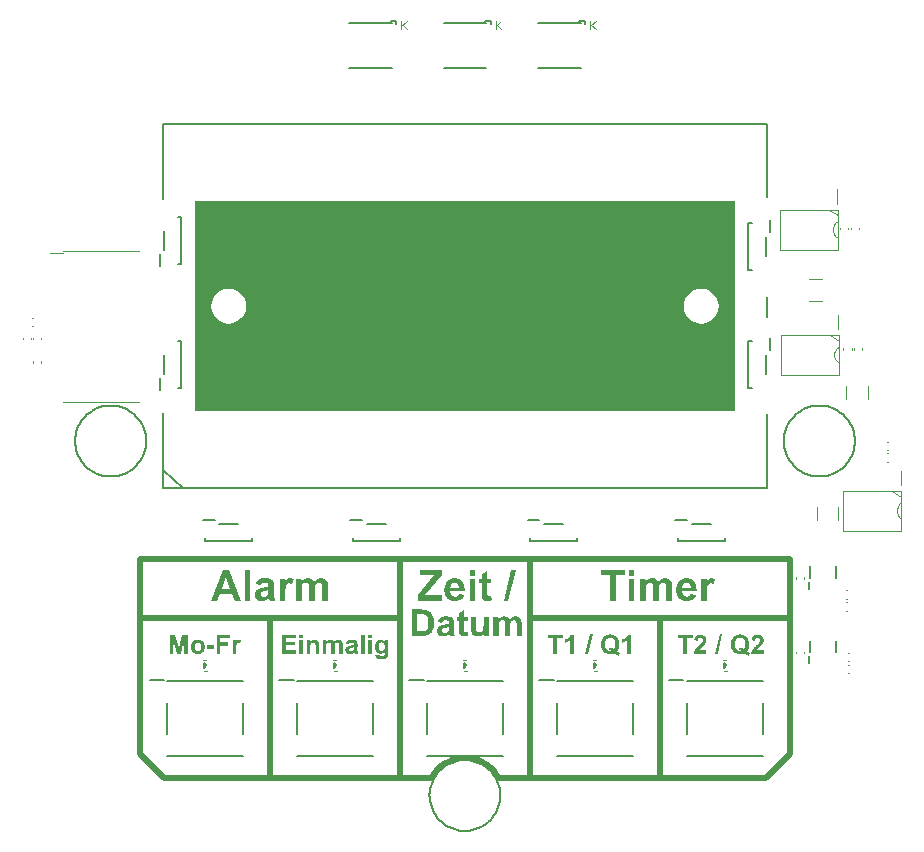
<source format=gto>
G04*
G04 #@! TF.GenerationSoftware,Altium Limited,CircuitStudio,1.5.2 (30)*
G04*
G04 Layer_Color=15065295*
%FSLAX25Y25*%
%MOIN*%
G70*
G01*
G75*
%ADD27C,0.01969*%
%ADD39C,0.00394*%
%ADD40C,0.00591*%
G36*
X-78448Y-65627D02*
X-81501D01*
Y-67123D01*
X-78864D01*
Y-68189D01*
X-81501D01*
Y-70866D01*
X-82771D01*
Y-64562D01*
X-78448D01*
Y-65627D01*
D02*
G37*
G36*
X-83474Y-69186D02*
X-85851D01*
Y-67977D01*
X-83474D01*
Y-69186D01*
D02*
G37*
G36*
X-92353Y-70866D02*
X-93528D01*
X-93535Y-65908D01*
X-94778Y-70866D01*
X-96007D01*
X-97250Y-65908D01*
Y-70866D01*
X-98425D01*
Y-64562D01*
X-96520D01*
X-95386Y-68865D01*
X-94266Y-64562D01*
X-92353D01*
Y-70866D01*
D02*
G37*
G36*
X7895Y-64961D02*
X6327D01*
Y-64014D01*
X6308Y-64024D01*
X6289Y-64052D01*
X6260Y-64091D01*
X6183Y-64186D01*
X6078Y-64301D01*
X5945Y-64425D01*
X5791Y-64569D01*
X5600Y-64693D01*
X5399Y-64817D01*
X5390D01*
X5371Y-64827D01*
X5342Y-64846D01*
X5304Y-64865D01*
X5247Y-64884D01*
X5189Y-64903D01*
X5036Y-64961D01*
X4864Y-65008D01*
X4654Y-65056D01*
X4434Y-65095D01*
X4205Y-65104D01*
X4099D01*
X4042Y-65095D01*
X3975Y-65085D01*
X3822Y-65066D01*
X3641Y-65037D01*
X3449Y-64989D01*
X3249Y-64922D01*
X3048Y-64827D01*
X3038D01*
X3029Y-64817D01*
X3000Y-64798D01*
X2962Y-64769D01*
X2876Y-64712D01*
X2771Y-64617D01*
X2646Y-64511D01*
X2522Y-64368D01*
X2407Y-64215D01*
X2312Y-64033D01*
Y-64024D01*
X2302Y-64005D01*
X2293Y-63976D01*
X2273Y-63938D01*
X2264Y-63890D01*
X2245Y-63823D01*
X2226Y-63747D01*
X2207Y-63661D01*
X2178Y-63565D01*
X2159Y-63460D01*
X2140Y-63345D01*
X2130Y-63221D01*
X2111Y-63087D01*
X2101Y-62934D01*
X2092Y-62618D01*
Y-58565D01*
X3784D01*
Y-61510D01*
Y-61529D01*
Y-61567D01*
Y-61634D01*
Y-61720D01*
Y-61835D01*
X3793Y-61949D01*
Y-62083D01*
Y-62217D01*
X3803Y-62504D01*
X3813Y-62647D01*
X3822Y-62771D01*
X3832Y-62896D01*
X3841Y-63001D01*
X3851Y-63096D01*
X3870Y-63163D01*
X3880Y-63173D01*
X3889Y-63211D01*
X3918Y-63269D01*
X3946Y-63335D01*
X3994Y-63412D01*
X4052Y-63488D01*
X4118Y-63565D01*
X4205Y-63641D01*
X4214Y-63651D01*
X4252Y-63670D01*
X4300Y-63699D01*
X4377Y-63727D01*
X4472Y-63756D01*
X4577Y-63785D01*
X4702Y-63804D01*
X4835Y-63813D01*
X4912D01*
X4989Y-63804D01*
X5094Y-63785D01*
X5208Y-63756D01*
X5342Y-63718D01*
X5476Y-63661D01*
X5600Y-63584D01*
X5619Y-63574D01*
X5658Y-63536D01*
X5715Y-63488D01*
X5791Y-63421D01*
X5868Y-63335D01*
X5945Y-63230D01*
X6011Y-63116D01*
X6069Y-62991D01*
X6078Y-62972D01*
Y-62953D01*
X6088Y-62915D01*
X6097Y-62867D01*
X6107Y-62810D01*
X6126Y-62733D01*
X6136Y-62647D01*
X6145Y-62542D01*
X6164Y-62418D01*
X6174Y-62274D01*
X6183Y-62112D01*
X6193Y-61940D01*
Y-61739D01*
X6203Y-61519D01*
Y-61270D01*
Y-58565D01*
X7895D01*
Y-64961D01*
D02*
G37*
G36*
X17005Y-58431D02*
X17072Y-58441D01*
X17235Y-58460D01*
X17416Y-58489D01*
X17617Y-58546D01*
X17818Y-58613D01*
X18009Y-58708D01*
X18019D01*
X18028Y-58718D01*
X18086Y-58766D01*
X18172Y-58833D01*
X18286Y-58919D01*
X18401Y-59043D01*
X18525Y-59186D01*
X18640Y-59359D01*
X18736Y-59550D01*
X18745Y-59569D01*
X18755Y-59597D01*
X18764Y-59626D01*
X18774Y-59674D01*
X18793Y-59731D01*
X18812Y-59789D01*
X18831Y-59865D01*
X18841Y-59961D01*
X18860Y-60056D01*
X18879Y-60162D01*
X18889Y-60286D01*
X18898Y-60410D01*
X18908Y-60553D01*
X18917Y-60716D01*
Y-60878D01*
Y-64961D01*
X17225D01*
Y-61309D01*
Y-61299D01*
Y-61270D01*
Y-61223D01*
Y-61156D01*
X17216Y-61079D01*
Y-60993D01*
X17206Y-60792D01*
X17177Y-60592D01*
X17149Y-60381D01*
X17130Y-60295D01*
X17101Y-60209D01*
X17072Y-60133D01*
X17044Y-60075D01*
X17034Y-60056D01*
X16996Y-60018D01*
X16948Y-59961D01*
X16872Y-59894D01*
X16766Y-59827D01*
X16642Y-59770D01*
X16499Y-59731D01*
X16327Y-59712D01*
X16269D01*
X16202Y-59722D01*
X16107Y-59741D01*
X16011Y-59770D01*
X15896Y-59808D01*
X15782Y-59856D01*
X15657Y-59932D01*
X15648Y-59942D01*
X15610Y-59970D01*
X15552Y-60028D01*
X15485Y-60095D01*
X15409Y-60181D01*
X15332Y-60295D01*
X15266Y-60420D01*
X15208Y-60573D01*
X15199Y-60592D01*
Y-60620D01*
X15189Y-60649D01*
X15179Y-60697D01*
X15170Y-60754D01*
X15151Y-60812D01*
X15141Y-60888D01*
X15132Y-60974D01*
X15112Y-61079D01*
X15103Y-61184D01*
X15093Y-61299D01*
X15084Y-61433D01*
Y-61576D01*
X15074Y-61729D01*
Y-61892D01*
Y-64961D01*
X13382D01*
Y-61462D01*
Y-61452D01*
Y-61423D01*
Y-61376D01*
Y-61309D01*
Y-61232D01*
Y-61146D01*
X13373Y-60955D01*
X13363Y-60754D01*
X13344Y-60553D01*
X13334Y-60467D01*
X13315Y-60381D01*
X13306Y-60315D01*
X13286Y-60257D01*
Y-60248D01*
X13267Y-60209D01*
X13248Y-60162D01*
X13220Y-60104D01*
X13134Y-59970D01*
X13076Y-59903D01*
X13009Y-59846D01*
X13000Y-59837D01*
X12971Y-59827D01*
X12933Y-59808D01*
X12876Y-59779D01*
X12799Y-59750D01*
X12713Y-59731D01*
X12608Y-59722D01*
X12493Y-59712D01*
X12426D01*
X12350Y-59722D01*
X12254Y-59741D01*
X12149Y-59770D01*
X12034Y-59808D01*
X11910Y-59856D01*
X11786Y-59932D01*
X11776Y-59942D01*
X11738Y-59970D01*
X11681Y-60018D01*
X11614Y-60085D01*
X11547Y-60171D01*
X11470Y-60276D01*
X11403Y-60400D01*
X11346Y-60544D01*
X11336Y-60563D01*
Y-60582D01*
X11327Y-60620D01*
X11317Y-60659D01*
X11308Y-60716D01*
X11288Y-60783D01*
X11279Y-60850D01*
X11269Y-60936D01*
X11250Y-61032D01*
X11241Y-61146D01*
X11231Y-61261D01*
X11222Y-61395D01*
Y-61538D01*
X11212Y-61691D01*
Y-61854D01*
Y-64961D01*
X9520D01*
Y-58565D01*
X11078D01*
Y-59444D01*
X11088Y-59435D01*
X11116Y-59397D01*
X11164Y-59349D01*
X11231Y-59282D01*
X11308Y-59206D01*
X11403Y-59119D01*
X11518Y-59024D01*
X11642Y-58928D01*
X11776Y-58833D01*
X11929Y-58747D01*
X12092Y-58661D01*
X12264Y-58584D01*
X12455Y-58517D01*
X12646Y-58469D01*
X12856Y-58431D01*
X13067Y-58422D01*
X13172D01*
X13220Y-58431D01*
X13286D01*
X13430Y-58450D01*
X13592Y-58489D01*
X13774Y-58527D01*
X13956Y-58594D01*
X14128Y-58680D01*
X14137D01*
X14147Y-58689D01*
X14204Y-58728D01*
X14290Y-58785D01*
X14396Y-58871D01*
X14510Y-58976D01*
X14635Y-59110D01*
X14759Y-59263D01*
X14874Y-59444D01*
X14883Y-59435D01*
X14893Y-59425D01*
X14912Y-59397D01*
X14950Y-59359D01*
X15036Y-59272D01*
X15141Y-59158D01*
X15285Y-59033D01*
X15438Y-58900D01*
X15600Y-58785D01*
X15782Y-58680D01*
X15791D01*
X15801Y-58670D01*
X15830Y-58651D01*
X15868Y-58641D01*
X15963Y-58594D01*
X16097Y-58546D01*
X16250Y-58508D01*
X16432Y-58460D01*
X16623Y-58431D01*
X16824Y-58422D01*
X16939D01*
X17005Y-58431D01*
D02*
G37*
G36*
X-88918Y-66201D02*
X-88850Y-66208D01*
X-88761Y-66215D01*
X-88658Y-66229D01*
X-88542Y-66249D01*
X-88419Y-66276D01*
X-88289Y-66317D01*
X-88153Y-66358D01*
X-88010Y-66413D01*
X-87873Y-66481D01*
X-87729Y-66556D01*
X-87586Y-66645D01*
X-87456Y-66755D01*
X-87326Y-66871D01*
X-87320Y-66877D01*
X-87299Y-66905D01*
X-87265Y-66939D01*
X-87224Y-66993D01*
X-87169Y-67062D01*
X-87115Y-67137D01*
X-87060Y-67233D01*
X-86992Y-67335D01*
X-86930Y-67451D01*
X-86876Y-67581D01*
X-86814Y-67724D01*
X-86766Y-67875D01*
X-86725Y-68032D01*
X-86691Y-68202D01*
X-86671Y-68380D01*
X-86664Y-68571D01*
Y-68585D01*
Y-68619D01*
X-86671Y-68674D01*
Y-68742D01*
X-86684Y-68831D01*
X-86698Y-68933D01*
X-86719Y-69049D01*
X-86746Y-69172D01*
X-86780Y-69309D01*
X-86828Y-69446D01*
X-86883Y-69589D01*
X-86944Y-69732D01*
X-87026Y-69883D01*
X-87115Y-70019D01*
X-87217Y-70163D01*
X-87333Y-70292D01*
X-87340Y-70299D01*
X-87361Y-70320D01*
X-87402Y-70354D01*
X-87456Y-70395D01*
X-87518Y-70450D01*
X-87600Y-70504D01*
X-87688Y-70566D01*
X-87791Y-70627D01*
X-87907Y-70695D01*
X-88037Y-70757D01*
X-88173Y-70811D01*
X-88324Y-70859D01*
X-88481Y-70907D01*
X-88652Y-70941D01*
X-88829Y-70962D01*
X-89013Y-70969D01*
X-89075D01*
X-89123Y-70962D01*
X-89177D01*
X-89239Y-70955D01*
X-89314Y-70948D01*
X-89396Y-70934D01*
X-89580Y-70900D01*
X-89785Y-70853D01*
X-89997Y-70784D01*
X-90209Y-70689D01*
X-90215Y-70682D01*
X-90236Y-70675D01*
X-90263Y-70661D01*
X-90304Y-70634D01*
X-90352Y-70607D01*
X-90400Y-70566D01*
X-90530Y-70477D01*
X-90666Y-70361D01*
X-90810Y-70217D01*
X-90946Y-70047D01*
X-91069Y-69855D01*
Y-69849D01*
X-91083Y-69828D01*
X-91097Y-69801D01*
X-91117Y-69760D01*
X-91138Y-69705D01*
X-91165Y-69644D01*
X-91185Y-69568D01*
X-91213Y-69486D01*
X-91240Y-69391D01*
X-91267Y-69288D01*
X-91295Y-69179D01*
X-91315Y-69063D01*
X-91336Y-68940D01*
X-91349Y-68804D01*
X-91356Y-68667D01*
X-91363Y-68524D01*
Y-68517D01*
Y-68496D01*
Y-68462D01*
X-91356Y-68421D01*
Y-68366D01*
X-91349Y-68298D01*
X-91336Y-68230D01*
X-91329Y-68148D01*
X-91288Y-67970D01*
X-91240Y-67772D01*
X-91165Y-67567D01*
X-91124Y-67458D01*
X-91069Y-67356D01*
X-91062Y-67349D01*
X-91056Y-67328D01*
X-91035Y-67301D01*
X-91015Y-67260D01*
X-90987Y-67212D01*
X-90946Y-67157D01*
X-90858Y-67035D01*
X-90735Y-66898D01*
X-90591Y-66755D01*
X-90427Y-66618D01*
X-90236Y-66495D01*
X-90229Y-66488D01*
X-90209Y-66481D01*
X-90181Y-66468D01*
X-90140Y-66447D01*
X-90086Y-66427D01*
X-90024Y-66399D01*
X-89956Y-66372D01*
X-89881Y-66345D01*
X-89792Y-66317D01*
X-89697Y-66290D01*
X-89492Y-66242D01*
X-89266Y-66208D01*
X-89143Y-66194D01*
X-88973D01*
X-88918Y-66201D01*
D02*
G37*
G36*
X-75190D02*
X-75149Y-66208D01*
X-75046Y-66222D01*
X-74923Y-66249D01*
X-74787Y-66290D01*
X-74643Y-66351D01*
X-74500Y-66427D01*
X-74875Y-67479D01*
X-74889Y-67472D01*
X-74930Y-67444D01*
X-74985Y-67417D01*
X-75060Y-67376D01*
X-75149Y-67342D01*
X-75244Y-67308D01*
X-75340Y-67287D01*
X-75442Y-67280D01*
X-75483D01*
X-75531Y-67287D01*
X-75592Y-67301D01*
X-75661Y-67314D01*
X-75729Y-67342D01*
X-75804Y-67376D01*
X-75872Y-67424D01*
X-75879Y-67431D01*
X-75900Y-67451D01*
X-75934Y-67485D01*
X-75975Y-67540D01*
X-76016Y-67608D01*
X-76064Y-67697D01*
X-76112Y-67800D01*
X-76153Y-67929D01*
Y-67936D01*
X-76159Y-67950D01*
Y-67970D01*
X-76166Y-68004D01*
X-76173Y-68045D01*
X-76180Y-68107D01*
X-76194Y-68175D01*
X-76200Y-68257D01*
X-76207Y-68353D01*
X-76221Y-68462D01*
X-76228Y-68585D01*
X-76235Y-68728D01*
X-76241Y-68885D01*
Y-69056D01*
X-76248Y-69247D01*
Y-69459D01*
Y-70866D01*
X-77457D01*
Y-66297D01*
X-76337D01*
Y-66953D01*
X-76330Y-66946D01*
X-76323Y-66932D01*
X-76310Y-66912D01*
X-76289Y-66877D01*
X-76235Y-66795D01*
X-76166Y-66700D01*
X-76084Y-66597D01*
X-76002Y-66502D01*
X-75914Y-66413D01*
X-75866Y-66372D01*
X-75825Y-66345D01*
X-75811Y-66338D01*
X-75784Y-66324D01*
X-75736Y-66297D01*
X-75674Y-66270D01*
X-75592Y-66242D01*
X-75504Y-66215D01*
X-75408Y-66201D01*
X-75299Y-66194D01*
X-75230D01*
X-75190Y-66201D01*
D02*
G37*
G36*
X-37528D02*
X-37446D01*
X-37365Y-66208D01*
X-37269Y-66222D01*
X-37071Y-66242D01*
X-36873Y-66276D01*
X-36682Y-66324D01*
X-36599Y-66358D01*
X-36518Y-66392D01*
X-36511D01*
X-36497Y-66399D01*
X-36477Y-66413D01*
X-36456Y-66427D01*
X-36381Y-66468D01*
X-36299Y-66522D01*
X-36203Y-66597D01*
X-36115Y-66679D01*
X-36026Y-66775D01*
X-35958Y-66877D01*
X-35951Y-66891D01*
X-35944Y-66912D01*
X-35930Y-66932D01*
X-35917Y-66966D01*
X-35903Y-67014D01*
X-35889Y-67062D01*
X-35876Y-67123D01*
X-35862Y-67192D01*
X-35848Y-67267D01*
X-35835Y-67356D01*
X-35821Y-67458D01*
X-35807Y-67567D01*
X-35800Y-67683D01*
X-35794Y-67813D01*
Y-67957D01*
X-35814Y-69370D01*
Y-69377D01*
Y-69398D01*
Y-69425D01*
Y-69466D01*
Y-69521D01*
Y-69575D01*
X-35807Y-69705D01*
X-35800Y-69849D01*
X-35794Y-69999D01*
X-35780Y-70135D01*
X-35766Y-70204D01*
X-35759Y-70258D01*
Y-70272D01*
X-35746Y-70306D01*
X-35732Y-70368D01*
X-35712Y-70443D01*
X-35684Y-70531D01*
X-35643Y-70634D01*
X-35596Y-70750D01*
X-35541Y-70866D01*
X-36736D01*
Y-70859D01*
X-36743Y-70846D01*
X-36757Y-70818D01*
X-36770Y-70777D01*
X-36784Y-70730D01*
X-36811Y-70668D01*
X-36832Y-70593D01*
X-36859Y-70511D01*
Y-70504D01*
X-36866Y-70490D01*
X-36873Y-70450D01*
X-36886Y-70402D01*
X-36893Y-70381D01*
X-36900Y-70368D01*
X-36914Y-70381D01*
X-36955Y-70415D01*
X-37016Y-70470D01*
X-37098Y-70538D01*
X-37194Y-70607D01*
X-37310Y-70682D01*
X-37433Y-70757D01*
X-37563Y-70818D01*
X-37569D01*
X-37576Y-70825D01*
X-37597Y-70832D01*
X-37624Y-70839D01*
X-37692Y-70866D01*
X-37788Y-70894D01*
X-37897Y-70921D01*
X-38027Y-70948D01*
X-38164Y-70962D01*
X-38314Y-70969D01*
X-38382D01*
X-38430Y-70962D01*
X-38491Y-70955D01*
X-38560Y-70948D01*
X-38635Y-70934D01*
X-38717Y-70921D01*
X-38894Y-70880D01*
X-39079Y-70811D01*
X-39175Y-70764D01*
X-39263Y-70716D01*
X-39345Y-70661D01*
X-39427Y-70593D01*
X-39434Y-70586D01*
X-39448Y-70573D01*
X-39461Y-70552D01*
X-39489Y-70525D01*
X-39523Y-70484D01*
X-39557Y-70443D01*
X-39591Y-70388D01*
X-39625Y-70327D01*
X-39666Y-70258D01*
X-39700Y-70190D01*
X-39769Y-70019D01*
X-39796Y-69930D01*
X-39810Y-69835D01*
X-39823Y-69732D01*
X-39830Y-69623D01*
Y-69616D01*
Y-69603D01*
Y-69582D01*
Y-69555D01*
X-39823Y-69486D01*
X-39810Y-69391D01*
X-39782Y-69282D01*
X-39755Y-69165D01*
X-39707Y-69049D01*
X-39646Y-68933D01*
Y-68926D01*
X-39639Y-68920D01*
X-39612Y-68885D01*
X-39571Y-68831D01*
X-39509Y-68762D01*
X-39441Y-68687D01*
X-39352Y-68612D01*
X-39250Y-68537D01*
X-39134Y-68476D01*
X-39127D01*
X-39120Y-68469D01*
X-39099Y-68462D01*
X-39072Y-68448D01*
X-39038Y-68435D01*
X-38997Y-68414D01*
X-38942Y-68401D01*
X-38888Y-68380D01*
X-38826Y-68360D01*
X-38751Y-68332D01*
X-38669Y-68312D01*
X-38587Y-68284D01*
X-38491Y-68264D01*
X-38389Y-68237D01*
X-38287Y-68209D01*
X-38170Y-68189D01*
X-38164D01*
X-38136Y-68182D01*
X-38089Y-68175D01*
X-38034Y-68161D01*
X-37966Y-68148D01*
X-37884Y-68134D01*
X-37795Y-68114D01*
X-37699Y-68093D01*
X-37508Y-68045D01*
X-37310Y-67997D01*
X-37221Y-67970D01*
X-37132Y-67943D01*
X-37057Y-67916D01*
X-36989Y-67888D01*
Y-67772D01*
Y-67765D01*
Y-67759D01*
Y-67711D01*
X-36996Y-67649D01*
X-37009Y-67574D01*
X-37030Y-67492D01*
X-37064Y-67410D01*
X-37105Y-67328D01*
X-37166Y-67267D01*
X-37173Y-67260D01*
X-37201Y-67246D01*
X-37248Y-67219D01*
X-37310Y-67192D01*
X-37399Y-67164D01*
X-37515Y-67137D01*
X-37583Y-67130D01*
X-37651Y-67123D01*
X-37733Y-67116D01*
X-37877D01*
X-37938Y-67123D01*
X-38006Y-67130D01*
X-38089Y-67151D01*
X-38177Y-67171D01*
X-38259Y-67205D01*
X-38334Y-67246D01*
X-38341Y-67253D01*
X-38362Y-67274D01*
X-38396Y-67301D01*
X-38437Y-67349D01*
X-38485Y-67410D01*
X-38532Y-67492D01*
X-38580Y-67588D01*
X-38621Y-67697D01*
X-39707Y-67499D01*
Y-67492D01*
X-39700Y-67472D01*
X-39687Y-67437D01*
X-39673Y-67390D01*
X-39653Y-67335D01*
X-39625Y-67274D01*
X-39557Y-67130D01*
X-39468Y-66966D01*
X-39359Y-66802D01*
X-39229Y-66652D01*
X-39154Y-66577D01*
X-39072Y-66515D01*
X-39065Y-66509D01*
X-39051Y-66502D01*
X-39024Y-66488D01*
X-38990Y-66468D01*
X-38942Y-66440D01*
X-38881Y-66413D01*
X-38813Y-66386D01*
X-38737Y-66351D01*
X-38642Y-66324D01*
X-38546Y-66297D01*
X-38437Y-66270D01*
X-38314Y-66242D01*
X-38184Y-66222D01*
X-38041Y-66208D01*
X-37890Y-66194D01*
X-37590D01*
X-37528Y-66201D01*
D02*
G37*
G36*
X-33403Y-70866D02*
X-34612D01*
Y-64562D01*
X-33403D01*
Y-70866D01*
D02*
G37*
G36*
X-30958D02*
X-32167D01*
Y-66297D01*
X-30958D01*
Y-70866D01*
D02*
G37*
G36*
X-27994Y-66201D02*
X-27932Y-66208D01*
X-27864Y-66215D01*
X-27775Y-66235D01*
X-27686Y-66256D01*
X-27584Y-66290D01*
X-27475Y-66324D01*
X-27359Y-66379D01*
X-27242Y-66434D01*
X-27126Y-66509D01*
X-27010Y-66591D01*
X-26894Y-66693D01*
X-26785Y-66809D01*
X-26676Y-66939D01*
Y-66297D01*
X-25542D01*
Y-70402D01*
Y-70408D01*
Y-70436D01*
Y-70477D01*
Y-70531D01*
X-25549Y-70600D01*
Y-70675D01*
X-25555Y-70757D01*
Y-70853D01*
X-25576Y-71044D01*
X-25596Y-71242D01*
X-25631Y-71433D01*
X-25651Y-71515D01*
X-25678Y-71597D01*
Y-71604D01*
X-25685Y-71617D01*
X-25692Y-71638D01*
X-25706Y-71665D01*
X-25733Y-71734D01*
X-25774Y-71829D01*
X-25829Y-71925D01*
X-25897Y-72034D01*
X-25972Y-72136D01*
X-26054Y-72225D01*
X-26068Y-72232D01*
X-26095Y-72266D01*
X-26150Y-72307D01*
X-26225Y-72355D01*
X-26314Y-72417D01*
X-26423Y-72478D01*
X-26553Y-72533D01*
X-26696Y-72587D01*
X-26703D01*
X-26717Y-72594D01*
X-26737Y-72601D01*
X-26771Y-72608D01*
X-26805Y-72615D01*
X-26853Y-72628D01*
X-26915Y-72642D01*
X-26976Y-72649D01*
X-27044Y-72662D01*
X-27119Y-72676D01*
X-27297Y-72697D01*
X-27495Y-72710D01*
X-27714Y-72717D01*
X-27823D01*
X-27905Y-72710D01*
X-28001Y-72703D01*
X-28110Y-72697D01*
X-28226Y-72683D01*
X-28356Y-72669D01*
X-28629Y-72622D01*
X-28765Y-72587D01*
X-28895Y-72546D01*
X-29025Y-72499D01*
X-29148Y-72444D01*
X-29264Y-72382D01*
X-29360Y-72314D01*
X-29367Y-72307D01*
X-29380Y-72294D01*
X-29408Y-72273D01*
X-29435Y-72239D01*
X-29469Y-72205D01*
X-29510Y-72157D01*
X-29558Y-72102D01*
X-29599Y-72041D01*
X-29647Y-71973D01*
X-29694Y-71891D01*
X-29770Y-71720D01*
X-29797Y-71624D01*
X-29824Y-71522D01*
X-29838Y-71412D01*
X-29845Y-71303D01*
Y-71290D01*
Y-71262D01*
Y-71214D01*
X-29838Y-71160D01*
X-28458Y-71331D01*
Y-71337D01*
X-28451Y-71372D01*
X-28438Y-71412D01*
X-28424Y-71460D01*
X-28403Y-71515D01*
X-28376Y-71570D01*
X-28342Y-71617D01*
X-28301Y-71658D01*
X-28294Y-71665D01*
X-28267Y-71679D01*
X-28226Y-71699D01*
X-28171Y-71727D01*
X-28096Y-71754D01*
X-28001Y-71775D01*
X-27891Y-71788D01*
X-27762Y-71795D01*
X-27686D01*
X-27645Y-71788D01*
X-27598D01*
X-27495Y-71775D01*
X-27379Y-71761D01*
X-27263Y-71734D01*
X-27147Y-71699D01*
X-27051Y-71652D01*
X-27044Y-71645D01*
X-27024Y-71631D01*
X-26997Y-71611D01*
X-26962Y-71576D01*
X-26921Y-71535D01*
X-26880Y-71481D01*
X-26846Y-71419D01*
X-26812Y-71344D01*
Y-71337D01*
X-26805Y-71310D01*
X-26792Y-71276D01*
X-26778Y-71214D01*
X-26771Y-71139D01*
X-26757Y-71044D01*
X-26751Y-70928D01*
Y-70791D01*
Y-70115D01*
X-26757Y-70122D01*
X-26778Y-70149D01*
X-26805Y-70183D01*
X-26846Y-70231D01*
X-26901Y-70286D01*
X-26969Y-70354D01*
X-27044Y-70422D01*
X-27126Y-70490D01*
X-27222Y-70559D01*
X-27324Y-70627D01*
X-27441Y-70689D01*
X-27564Y-70750D01*
X-27686Y-70798D01*
X-27830Y-70832D01*
X-27973Y-70859D01*
X-28124Y-70866D01*
X-28164D01*
X-28212Y-70859D01*
X-28274Y-70853D01*
X-28349Y-70839D01*
X-28444Y-70825D01*
X-28540Y-70798D01*
X-28649Y-70771D01*
X-28765Y-70730D01*
X-28882Y-70675D01*
X-29005Y-70613D01*
X-29121Y-70538D01*
X-29244Y-70450D01*
X-29360Y-70347D01*
X-29476Y-70224D01*
X-29578Y-70087D01*
X-29585Y-70081D01*
X-29599Y-70060D01*
X-29619Y-70026D01*
X-29640Y-69978D01*
X-29674Y-69917D01*
X-29708Y-69842D01*
X-29749Y-69760D01*
X-29783Y-69664D01*
X-29824Y-69562D01*
X-29865Y-69446D01*
X-29899Y-69316D01*
X-29927Y-69179D01*
X-29954Y-69036D01*
X-29974Y-68885D01*
X-29988Y-68728D01*
X-29995Y-68558D01*
Y-68544D01*
Y-68510D01*
X-29988Y-68448D01*
Y-68366D01*
X-29981Y-68271D01*
X-29968Y-68161D01*
X-29947Y-68038D01*
X-29927Y-67909D01*
X-29899Y-67765D01*
X-29858Y-67622D01*
X-29817Y-67479D01*
X-29763Y-67335D01*
X-29701Y-67192D01*
X-29626Y-67055D01*
X-29544Y-66925D01*
X-29449Y-66802D01*
X-29442Y-66795D01*
X-29421Y-66775D01*
X-29394Y-66748D01*
X-29346Y-66707D01*
X-29298Y-66659D01*
X-29230Y-66611D01*
X-29155Y-66556D01*
X-29066Y-66495D01*
X-28977Y-66440D01*
X-28868Y-66386D01*
X-28759Y-66338D01*
X-28636Y-66290D01*
X-28506Y-66249D01*
X-28369Y-66222D01*
X-28226Y-66201D01*
X-28076Y-66194D01*
X-28035D01*
X-27994Y-66201D01*
D02*
G37*
G36*
X-56352Y-65627D02*
X-59753D01*
Y-67021D01*
X-56591D01*
Y-68086D01*
X-59753D01*
Y-69801D01*
X-56229D01*
Y-70866D01*
X-61024D01*
Y-64562D01*
X-56352D01*
Y-65627D01*
D02*
G37*
G36*
X-53948Y-70866D02*
X-55157D01*
Y-66297D01*
X-53948D01*
Y-70866D01*
D02*
G37*
G36*
X-6053Y-58431D02*
X-5939D01*
X-5824Y-58441D01*
X-5690Y-58460D01*
X-5413Y-58489D01*
X-5136Y-58536D01*
X-4868Y-58603D01*
X-4753Y-58651D01*
X-4639Y-58699D01*
X-4629D01*
X-4610Y-58708D01*
X-4581Y-58728D01*
X-4552Y-58747D01*
X-4447Y-58804D01*
X-4332Y-58881D01*
X-4199Y-58986D01*
X-4074Y-59100D01*
X-3950Y-59234D01*
X-3855Y-59378D01*
X-3845Y-59397D01*
X-3835Y-59425D01*
X-3816Y-59454D01*
X-3797Y-59502D01*
X-3778Y-59569D01*
X-3759Y-59636D01*
X-3740Y-59722D01*
X-3721Y-59817D01*
X-3702Y-59922D01*
X-3683Y-60047D01*
X-3663Y-60190D01*
X-3644Y-60343D01*
X-3635Y-60506D01*
X-3625Y-60687D01*
Y-60888D01*
X-3654Y-62867D01*
Y-62876D01*
Y-62905D01*
Y-62944D01*
Y-63001D01*
Y-63077D01*
Y-63154D01*
X-3644Y-63335D01*
X-3635Y-63536D01*
X-3625Y-63747D01*
X-3606Y-63938D01*
X-3587Y-64033D01*
X-3577Y-64110D01*
Y-64129D01*
X-3558Y-64177D01*
X-3539Y-64263D01*
X-3510Y-64368D01*
X-3472Y-64492D01*
X-3415Y-64636D01*
X-3348Y-64798D01*
X-3271Y-64961D01*
X-4944D01*
Y-64951D01*
X-4954Y-64932D01*
X-4973Y-64894D01*
X-4992Y-64836D01*
X-5011Y-64769D01*
X-5049Y-64683D01*
X-5078Y-64578D01*
X-5116Y-64464D01*
Y-64454D01*
X-5126Y-64435D01*
X-5136Y-64377D01*
X-5155Y-64311D01*
X-5164Y-64282D01*
X-5174Y-64263D01*
X-5193Y-64282D01*
X-5250Y-64330D01*
X-5336Y-64406D01*
X-5451Y-64502D01*
X-5585Y-64597D01*
X-5747Y-64702D01*
X-5920Y-64808D01*
X-6101Y-64894D01*
X-6111D01*
X-6120Y-64903D01*
X-6149Y-64913D01*
X-6187Y-64922D01*
X-6283Y-64961D01*
X-6417Y-64999D01*
X-6570Y-65037D01*
X-6751Y-65075D01*
X-6942Y-65095D01*
X-7153Y-65104D01*
X-7248D01*
X-7315Y-65095D01*
X-7401Y-65085D01*
X-7497Y-65075D01*
X-7602Y-65056D01*
X-7717Y-65037D01*
X-7965Y-64980D01*
X-8224Y-64884D01*
X-8357Y-64817D01*
X-8482Y-64750D01*
X-8596Y-64674D01*
X-8711Y-64578D01*
X-8721Y-64569D01*
X-8740Y-64549D01*
X-8759Y-64521D01*
X-8797Y-64483D01*
X-8845Y-64425D01*
X-8893Y-64368D01*
X-8941Y-64291D01*
X-8988Y-64205D01*
X-9046Y-64110D01*
X-9093Y-64014D01*
X-9189Y-63775D01*
X-9227Y-63651D01*
X-9246Y-63517D01*
X-9266Y-63374D01*
X-9275Y-63221D01*
Y-63211D01*
Y-63192D01*
Y-63163D01*
Y-63125D01*
X-9266Y-63029D01*
X-9246Y-62896D01*
X-9208Y-62743D01*
X-9170Y-62580D01*
X-9103Y-62418D01*
X-9017Y-62255D01*
Y-62246D01*
X-9007Y-62236D01*
X-8969Y-62188D01*
X-8912Y-62112D01*
X-8826Y-62016D01*
X-8730Y-61911D01*
X-8606Y-61806D01*
X-8462Y-61701D01*
X-8300Y-61615D01*
X-8290D01*
X-8281Y-61605D01*
X-8252Y-61595D01*
X-8214Y-61576D01*
X-8166Y-61557D01*
X-8109Y-61529D01*
X-8032Y-61510D01*
X-7956Y-61481D01*
X-7870Y-61452D01*
X-7765Y-61414D01*
X-7650Y-61385D01*
X-7535Y-61347D01*
X-7401Y-61318D01*
X-7258Y-61280D01*
X-7114Y-61242D01*
X-6952Y-61213D01*
X-6942D01*
X-6904Y-61203D01*
X-6837Y-61194D01*
X-6761Y-61175D01*
X-6665Y-61156D01*
X-6550Y-61137D01*
X-6426Y-61108D01*
X-6292Y-61079D01*
X-6025Y-61012D01*
X-5747Y-60945D01*
X-5623Y-60907D01*
X-5499Y-60869D01*
X-5394Y-60831D01*
X-5298Y-60792D01*
Y-60630D01*
Y-60620D01*
Y-60611D01*
Y-60544D01*
X-5308Y-60458D01*
X-5327Y-60353D01*
X-5356Y-60238D01*
X-5403Y-60123D01*
X-5461Y-60009D01*
X-5547Y-59922D01*
X-5556Y-59913D01*
X-5595Y-59894D01*
X-5661Y-59856D01*
X-5747Y-59817D01*
X-5872Y-59779D01*
X-6034Y-59741D01*
X-6130Y-59731D01*
X-6225Y-59722D01*
X-6340Y-59712D01*
X-6541D01*
X-6627Y-59722D01*
X-6723Y-59731D01*
X-6837Y-59760D01*
X-6961Y-59789D01*
X-7076Y-59837D01*
X-7181Y-59894D01*
X-7191Y-59903D01*
X-7220Y-59932D01*
X-7267Y-59970D01*
X-7325Y-60037D01*
X-7392Y-60123D01*
X-7459Y-60238D01*
X-7526Y-60372D01*
X-7583Y-60525D01*
X-9103Y-60248D01*
Y-60238D01*
X-9093Y-60209D01*
X-9074Y-60162D01*
X-9055Y-60095D01*
X-9026Y-60018D01*
X-8988Y-59932D01*
X-8893Y-59731D01*
X-8768Y-59502D01*
X-8615Y-59272D01*
X-8434Y-59062D01*
X-8329Y-58957D01*
X-8214Y-58871D01*
X-8204Y-58861D01*
X-8185Y-58852D01*
X-8147Y-58833D01*
X-8099Y-58804D01*
X-8032Y-58766D01*
X-7946Y-58728D01*
X-7851Y-58689D01*
X-7745Y-58641D01*
X-7612Y-58603D01*
X-7478Y-58565D01*
X-7325Y-58527D01*
X-7153Y-58489D01*
X-6971Y-58460D01*
X-6770Y-58441D01*
X-6560Y-58422D01*
X-6139D01*
X-6053Y-58431D01*
D02*
G37*
G36*
X-58162Y-45684D02*
X-58097Y-45695D01*
X-57933Y-45717D01*
X-57736Y-45761D01*
X-57517Y-45827D01*
X-57288Y-45925D01*
X-57058Y-46045D01*
X-57660Y-47728D01*
X-57681Y-47717D01*
X-57747Y-47674D01*
X-57834Y-47630D01*
X-57955Y-47564D01*
X-58097Y-47510D01*
X-58250Y-47455D01*
X-58403Y-47422D01*
X-58567Y-47411D01*
X-58632D01*
X-58709Y-47422D01*
X-58807Y-47444D01*
X-58916Y-47466D01*
X-59026Y-47510D01*
X-59146Y-47564D01*
X-59255Y-47641D01*
X-59266Y-47652D01*
X-59299Y-47685D01*
X-59354Y-47739D01*
X-59419Y-47827D01*
X-59485Y-47936D01*
X-59561Y-48078D01*
X-59638Y-48242D01*
X-59703Y-48450D01*
Y-48461D01*
X-59714Y-48482D01*
Y-48515D01*
X-59725Y-48570D01*
X-59736Y-48636D01*
X-59747Y-48734D01*
X-59769Y-48843D01*
X-59780Y-48974D01*
X-59791Y-49127D01*
X-59813Y-49302D01*
X-59824Y-49499D01*
X-59835Y-49729D01*
X-59846Y-49980D01*
Y-50253D01*
X-59856Y-50559D01*
Y-50898D01*
Y-53150D01*
X-61791D01*
Y-45837D01*
X-59999D01*
Y-46887D01*
X-59988Y-46876D01*
X-59977Y-46854D01*
X-59955Y-46821D01*
X-59922Y-46766D01*
X-59835Y-46635D01*
X-59725Y-46482D01*
X-59594Y-46318D01*
X-59463Y-46165D01*
X-59321Y-46023D01*
X-59244Y-45958D01*
X-59179Y-45914D01*
X-59157Y-45903D01*
X-59113Y-45881D01*
X-59037Y-45837D01*
X-58938Y-45794D01*
X-58807Y-45750D01*
X-58665Y-45706D01*
X-58512Y-45684D01*
X-58337Y-45673D01*
X-58228D01*
X-58162Y-45684D01*
D02*
G37*
G36*
X-47812D02*
X-47735Y-45695D01*
X-47549Y-45717D01*
X-47342Y-45750D01*
X-47112Y-45816D01*
X-46883Y-45892D01*
X-46664Y-46001D01*
X-46653D01*
X-46642Y-46012D01*
X-46576Y-46067D01*
X-46478Y-46143D01*
X-46347Y-46242D01*
X-46216Y-46384D01*
X-46074Y-46548D01*
X-45943Y-46745D01*
X-45833Y-46963D01*
X-45822Y-46985D01*
X-45811Y-47018D01*
X-45801Y-47051D01*
X-45790Y-47105D01*
X-45768Y-47171D01*
X-45746Y-47236D01*
X-45724Y-47324D01*
X-45713Y-47433D01*
X-45691Y-47543D01*
X-45669Y-47663D01*
X-45658Y-47805D01*
X-45647Y-47947D01*
X-45636Y-48111D01*
X-45626Y-48297D01*
Y-48482D01*
Y-53150D01*
X-47560D01*
Y-48974D01*
Y-48963D01*
Y-48931D01*
Y-48876D01*
Y-48799D01*
X-47571Y-48712D01*
Y-48614D01*
X-47582Y-48384D01*
X-47615Y-48155D01*
X-47648Y-47914D01*
X-47670Y-47816D01*
X-47702Y-47717D01*
X-47735Y-47630D01*
X-47768Y-47564D01*
X-47779Y-47543D01*
X-47822Y-47499D01*
X-47877Y-47433D01*
X-47965Y-47357D01*
X-48085Y-47280D01*
X-48227Y-47215D01*
X-48391Y-47171D01*
X-48588Y-47149D01*
X-48653D01*
X-48730Y-47160D01*
X-48839Y-47182D01*
X-48948Y-47215D01*
X-49079Y-47258D01*
X-49211Y-47313D01*
X-49353Y-47400D01*
X-49364Y-47411D01*
X-49407Y-47444D01*
X-49473Y-47510D01*
X-49549Y-47586D01*
X-49637Y-47685D01*
X-49724Y-47816D01*
X-49801Y-47958D01*
X-49866Y-48133D01*
X-49877Y-48155D01*
Y-48187D01*
X-49888Y-48220D01*
X-49899Y-48275D01*
X-49910Y-48340D01*
X-49932Y-48406D01*
X-49943Y-48493D01*
X-49954Y-48592D01*
X-49976Y-48712D01*
X-49987Y-48832D01*
X-49998Y-48963D01*
X-50008Y-49116D01*
Y-49280D01*
X-50019Y-49455D01*
Y-49641D01*
Y-53150D01*
X-51954D01*
Y-49149D01*
Y-49138D01*
Y-49106D01*
Y-49051D01*
Y-48974D01*
Y-48887D01*
Y-48788D01*
X-51965Y-48570D01*
X-51976Y-48340D01*
X-51998Y-48111D01*
X-52009Y-48013D01*
X-52031Y-47914D01*
X-52042Y-47838D01*
X-52063Y-47772D01*
Y-47761D01*
X-52085Y-47717D01*
X-52107Y-47663D01*
X-52140Y-47597D01*
X-52238Y-47444D01*
X-52304Y-47368D01*
X-52380Y-47302D01*
X-52391Y-47291D01*
X-52424Y-47280D01*
X-52468Y-47258D01*
X-52533Y-47225D01*
X-52621Y-47193D01*
X-52719Y-47171D01*
X-52839Y-47160D01*
X-52970Y-47149D01*
X-53047D01*
X-53135Y-47160D01*
X-53244Y-47182D01*
X-53364Y-47215D01*
X-53495Y-47258D01*
X-53637Y-47313D01*
X-53779Y-47400D01*
X-53790Y-47411D01*
X-53834Y-47444D01*
X-53900Y-47499D01*
X-53976Y-47575D01*
X-54053Y-47674D01*
X-54140Y-47794D01*
X-54216Y-47936D01*
X-54282Y-48100D01*
X-54293Y-48122D01*
Y-48144D01*
X-54304Y-48187D01*
X-54315Y-48231D01*
X-54326Y-48297D01*
X-54348Y-48373D01*
X-54359Y-48450D01*
X-54370Y-48548D01*
X-54391Y-48657D01*
X-54402Y-48788D01*
X-54413Y-48920D01*
X-54424Y-49073D01*
Y-49237D01*
X-54435Y-49411D01*
Y-49597D01*
Y-53150D01*
X-56370D01*
Y-45837D01*
X-54588D01*
Y-46843D01*
X-54577Y-46832D01*
X-54544Y-46788D01*
X-54490Y-46734D01*
X-54413Y-46657D01*
X-54326Y-46570D01*
X-54216Y-46471D01*
X-54085Y-46362D01*
X-53943Y-46253D01*
X-53790Y-46143D01*
X-53615Y-46045D01*
X-53430Y-45947D01*
X-53233Y-45859D01*
X-53014Y-45783D01*
X-52796Y-45728D01*
X-52555Y-45684D01*
X-52315Y-45673D01*
X-52194D01*
X-52140Y-45684D01*
X-52063D01*
X-51899Y-45706D01*
X-51714Y-45750D01*
X-51506Y-45794D01*
X-51298Y-45870D01*
X-51101Y-45969D01*
X-51091D01*
X-51080Y-45979D01*
X-51014Y-46023D01*
X-50916Y-46089D01*
X-50796Y-46187D01*
X-50664Y-46307D01*
X-50522Y-46460D01*
X-50380Y-46635D01*
X-50249Y-46843D01*
X-50238Y-46832D01*
X-50227Y-46821D01*
X-50205Y-46788D01*
X-50161Y-46745D01*
X-50063Y-46646D01*
X-49943Y-46515D01*
X-49779Y-46373D01*
X-49604Y-46220D01*
X-49418Y-46089D01*
X-49211Y-45969D01*
X-49200D01*
X-49189Y-45958D01*
X-49156Y-45936D01*
X-49112Y-45925D01*
X-49003Y-45870D01*
X-48850Y-45816D01*
X-48675Y-45772D01*
X-48467Y-45717D01*
X-48249Y-45684D01*
X-48019Y-45673D01*
X-47888D01*
X-47812Y-45684D01*
D02*
G37*
G36*
X14452Y-53325D02*
X13031D01*
X15523Y-42897D01*
X16976D01*
X14452Y-53325D01*
D02*
G37*
G36*
X-74514Y-53150D02*
X-76732D01*
X-77618Y-50854D01*
X-81651D01*
X-82493Y-53150D01*
X-84646D01*
X-80722Y-43061D01*
X-78558D01*
X-74514Y-53150D01*
D02*
G37*
G36*
X-71519D02*
X-73453D01*
Y-43061D01*
X-71519D01*
Y-53150D01*
D02*
G37*
G36*
X-66371Y-45684D02*
X-66240D01*
X-66108Y-45695D01*
X-65955Y-45717D01*
X-65638Y-45750D01*
X-65321Y-45805D01*
X-65015Y-45881D01*
X-64884Y-45936D01*
X-64753Y-45990D01*
X-64742D01*
X-64720Y-46001D01*
X-64688Y-46023D01*
X-64655Y-46045D01*
X-64534Y-46111D01*
X-64403Y-46198D01*
X-64250Y-46318D01*
X-64108Y-46450D01*
X-63966Y-46602D01*
X-63857Y-46766D01*
X-63846Y-46788D01*
X-63835Y-46821D01*
X-63813Y-46854D01*
X-63791Y-46909D01*
X-63769Y-46985D01*
X-63748Y-47062D01*
X-63726Y-47160D01*
X-63704Y-47269D01*
X-63682Y-47390D01*
X-63660Y-47532D01*
X-63638Y-47695D01*
X-63616Y-47870D01*
X-63605Y-48056D01*
X-63595Y-48264D01*
Y-48493D01*
X-63627Y-50756D01*
Y-50767D01*
Y-50800D01*
Y-50843D01*
Y-50909D01*
Y-50996D01*
Y-51084D01*
X-63616Y-51292D01*
X-63605Y-51521D01*
X-63595Y-51762D01*
X-63573Y-51980D01*
X-63551Y-52089D01*
X-63540Y-52177D01*
Y-52199D01*
X-63518Y-52253D01*
X-63496Y-52352D01*
X-63463Y-52472D01*
X-63420Y-52614D01*
X-63354Y-52778D01*
X-63278Y-52964D01*
X-63190Y-53150D01*
X-65103D01*
Y-53139D01*
X-65114Y-53117D01*
X-65136Y-53073D01*
X-65158Y-53008D01*
X-65179Y-52931D01*
X-65223Y-52833D01*
X-65256Y-52712D01*
X-65300Y-52581D01*
Y-52570D01*
X-65311Y-52548D01*
X-65321Y-52483D01*
X-65343Y-52406D01*
X-65354Y-52374D01*
X-65365Y-52352D01*
X-65387Y-52374D01*
X-65453Y-52428D01*
X-65551Y-52516D01*
X-65682Y-52625D01*
X-65835Y-52734D01*
X-66021Y-52855D01*
X-66218Y-52975D01*
X-66425Y-53073D01*
X-66436D01*
X-66447Y-53084D01*
X-66480Y-53095D01*
X-66524Y-53106D01*
X-66633Y-53150D01*
X-66786Y-53193D01*
X-66961Y-53237D01*
X-67169Y-53281D01*
X-67387Y-53303D01*
X-67628Y-53314D01*
X-67737D01*
X-67813Y-53303D01*
X-67912Y-53292D01*
X-68021Y-53281D01*
X-68141Y-53259D01*
X-68273Y-53237D01*
X-68557Y-53171D01*
X-68852Y-53062D01*
X-69005Y-52986D01*
X-69147Y-52909D01*
X-69278Y-52822D01*
X-69409Y-52712D01*
X-69420Y-52701D01*
X-69442Y-52680D01*
X-69464Y-52647D01*
X-69508Y-52603D01*
X-69562Y-52538D01*
X-69617Y-52472D01*
X-69672Y-52385D01*
X-69726Y-52286D01*
X-69792Y-52177D01*
X-69846Y-52068D01*
X-69956Y-51794D01*
X-69999Y-51652D01*
X-70021Y-51499D01*
X-70043Y-51335D01*
X-70054Y-51160D01*
Y-51149D01*
Y-51128D01*
Y-51095D01*
Y-51051D01*
X-70043Y-50942D01*
X-70021Y-50789D01*
X-69978Y-50614D01*
X-69934Y-50428D01*
X-69857Y-50242D01*
X-69759Y-50056D01*
Y-50046D01*
X-69748Y-50035D01*
X-69704Y-49980D01*
X-69639Y-49893D01*
X-69540Y-49783D01*
X-69431Y-49663D01*
X-69289Y-49543D01*
X-69125Y-49422D01*
X-68939Y-49324D01*
X-68928D01*
X-68917Y-49313D01*
X-68885Y-49302D01*
X-68841Y-49280D01*
X-68786Y-49259D01*
X-68721Y-49226D01*
X-68633Y-49204D01*
X-68546Y-49171D01*
X-68447Y-49138D01*
X-68327Y-49095D01*
X-68196Y-49062D01*
X-68065Y-49018D01*
X-67912Y-48985D01*
X-67748Y-48942D01*
X-67584Y-48898D01*
X-67398Y-48865D01*
X-67387D01*
X-67343Y-48854D01*
X-67267Y-48843D01*
X-67180Y-48821D01*
X-67070Y-48799D01*
X-66939Y-48778D01*
X-66797Y-48745D01*
X-66644Y-48712D01*
X-66338Y-48636D01*
X-66021Y-48559D01*
X-65879Y-48515D01*
X-65737Y-48472D01*
X-65617Y-48428D01*
X-65507Y-48384D01*
Y-48198D01*
Y-48187D01*
Y-48177D01*
Y-48100D01*
X-65518Y-48002D01*
X-65540Y-47881D01*
X-65573Y-47750D01*
X-65627Y-47619D01*
X-65693Y-47488D01*
X-65791Y-47390D01*
X-65802Y-47379D01*
X-65846Y-47357D01*
X-65923Y-47313D01*
X-66021Y-47269D01*
X-66163Y-47225D01*
X-66349Y-47182D01*
X-66458Y-47171D01*
X-66567Y-47160D01*
X-66699Y-47149D01*
X-66928D01*
X-67027Y-47160D01*
X-67136Y-47171D01*
X-67267Y-47204D01*
X-67409Y-47236D01*
X-67540Y-47291D01*
X-67660Y-47357D01*
X-67671Y-47368D01*
X-67704Y-47400D01*
X-67759Y-47444D01*
X-67824Y-47521D01*
X-67901Y-47619D01*
X-67977Y-47750D01*
X-68054Y-47903D01*
X-68120Y-48078D01*
X-69857Y-47761D01*
Y-47750D01*
X-69846Y-47717D01*
X-69825Y-47663D01*
X-69803Y-47586D01*
X-69770Y-47499D01*
X-69726Y-47400D01*
X-69617Y-47171D01*
X-69475Y-46909D01*
X-69300Y-46646D01*
X-69092Y-46406D01*
X-68972Y-46286D01*
X-68841Y-46187D01*
X-68830Y-46176D01*
X-68808Y-46165D01*
X-68764Y-46143D01*
X-68710Y-46111D01*
X-68633Y-46067D01*
X-68535Y-46023D01*
X-68426Y-45979D01*
X-68305Y-45925D01*
X-68152Y-45881D01*
X-67999Y-45837D01*
X-67824Y-45794D01*
X-67628Y-45750D01*
X-67420Y-45717D01*
X-67190Y-45695D01*
X-66950Y-45673D01*
X-66469D01*
X-66371Y-45684D01*
D02*
G37*
G36*
X-3353D02*
X-3233Y-45695D01*
X-3102Y-45706D01*
X-2938Y-45728D01*
X-2763Y-45761D01*
X-2577Y-45805D01*
X-2370Y-45870D01*
X-2162Y-45936D01*
X-1954Y-46023D01*
X-1736Y-46132D01*
X-1528Y-46253D01*
X-1320Y-46395D01*
X-1124Y-46570D01*
X-938Y-46756D01*
X-927Y-46766D01*
X-894Y-46810D01*
X-850Y-46865D01*
X-796Y-46952D01*
X-719Y-47072D01*
X-643Y-47215D01*
X-555Y-47379D01*
X-468Y-47564D01*
X-380Y-47783D01*
X-304Y-48034D01*
X-227Y-48297D01*
X-162Y-48592D01*
X-107Y-48920D01*
X-64Y-49270D01*
X-31Y-49641D01*
Y-50046D01*
X-4873D01*
Y-50056D01*
Y-50078D01*
Y-50133D01*
X-4862Y-50188D01*
X-4851Y-50264D01*
X-4840Y-50352D01*
X-4807Y-50537D01*
X-4752Y-50756D01*
X-4676Y-50985D01*
X-4567Y-51204D01*
X-4414Y-51401D01*
X-4403D01*
X-4392Y-51423D01*
X-4337Y-51477D01*
X-4239Y-51554D01*
X-4108Y-51630D01*
X-3944Y-51718D01*
X-3747Y-51794D01*
X-3528Y-51849D01*
X-3408Y-51860D01*
X-3288Y-51871D01*
X-3211D01*
X-3135Y-51860D01*
X-3025Y-51838D01*
X-2905Y-51816D01*
X-2785Y-51772D01*
X-2654Y-51707D01*
X-2534Y-51630D01*
X-2523Y-51619D01*
X-2479Y-51587D01*
X-2424Y-51521D01*
X-2359Y-51434D01*
X-2271Y-51324D01*
X-2195Y-51182D01*
X-2118Y-51018D01*
X-2053Y-50822D01*
X-129Y-51149D01*
Y-51160D01*
X-151Y-51193D01*
X-173Y-51248D01*
X-195Y-51324D01*
X-238Y-51412D01*
X-293Y-51510D01*
X-348Y-51630D01*
X-413Y-51751D01*
X-577Y-52013D01*
X-785Y-52275D01*
X-1025Y-52538D01*
X-1167Y-52658D01*
X-1309Y-52767D01*
X-1320Y-52778D01*
X-1342Y-52789D01*
X-1386Y-52822D01*
X-1452Y-52855D01*
X-1528Y-52898D01*
X-1626Y-52942D01*
X-1736Y-52986D01*
X-1856Y-53040D01*
X-1998Y-53095D01*
X-2151Y-53139D01*
X-2315Y-53182D01*
X-2490Y-53226D01*
X-2676Y-53259D01*
X-2883Y-53292D01*
X-3091Y-53303D01*
X-3310Y-53314D01*
X-3397D01*
X-3495Y-53303D01*
X-3627Y-53292D01*
X-3780Y-53281D01*
X-3965Y-53248D01*
X-4162Y-53215D01*
X-4381Y-53161D01*
X-4610Y-53095D01*
X-4840Y-53008D01*
X-5069Y-52909D01*
X-5310Y-52789D01*
X-5528Y-52647D01*
X-5747Y-52483D01*
X-5944Y-52297D01*
X-6130Y-52078D01*
X-6141Y-52068D01*
X-6162Y-52035D01*
X-6195Y-51980D01*
X-6239Y-51893D01*
X-6294Y-51794D01*
X-6359Y-51685D01*
X-6425Y-51543D01*
X-6490Y-51390D01*
X-6556Y-51215D01*
X-6622Y-51018D01*
X-6687Y-50811D01*
X-6742Y-50592D01*
X-6785Y-50352D01*
X-6818Y-50100D01*
X-6840Y-49827D01*
X-6851Y-49554D01*
Y-49532D01*
Y-49477D01*
X-6840Y-49379D01*
Y-49259D01*
X-6818Y-49106D01*
X-6796Y-48920D01*
X-6775Y-48734D01*
X-6731Y-48515D01*
X-6687Y-48297D01*
X-6622Y-48067D01*
X-6545Y-47827D01*
X-6458Y-47586D01*
X-6348Y-47357D01*
X-6217Y-47127D01*
X-6075Y-46909D01*
X-5911Y-46712D01*
X-5900Y-46701D01*
X-5867Y-46668D01*
X-5813Y-46613D01*
X-5736Y-46548D01*
X-5649Y-46471D01*
X-5528Y-46384D01*
X-5397Y-46286D01*
X-5255Y-46187D01*
X-5091Y-46100D01*
X-4905Y-46001D01*
X-4709Y-45914D01*
X-4490Y-45837D01*
X-4272Y-45772D01*
X-4031Y-45717D01*
X-3769Y-45684D01*
X-3506Y-45673D01*
X-3430D01*
X-3353Y-45684D01*
D02*
G37*
G36*
X3489Y-44854D02*
X1554D01*
Y-43061D01*
X3489D01*
Y-44854D01*
D02*
G37*
G36*
X-203Y-58565D02*
X954D01*
Y-59913D01*
X-203D01*
Y-62494D01*
Y-62504D01*
Y-62532D01*
Y-62571D01*
Y-62618D01*
Y-62676D01*
Y-62752D01*
Y-62905D01*
X-193Y-63058D01*
Y-63211D01*
X-184Y-63278D01*
Y-63335D01*
X-174Y-63383D01*
Y-63412D01*
Y-63421D01*
X-164Y-63431D01*
X-145Y-63488D01*
X-97Y-63555D01*
X-30Y-63622D01*
X-21D01*
X-11Y-63632D01*
X17Y-63641D01*
X55Y-63661D01*
X141Y-63689D01*
X256Y-63699D01*
X304D01*
X352Y-63689D01*
X428Y-63680D01*
X524Y-63661D01*
X648Y-63632D01*
X782Y-63594D01*
X935Y-63546D01*
X1088Y-64855D01*
X1078D01*
X1059Y-64865D01*
X1031Y-64875D01*
X983Y-64894D01*
X926Y-64913D01*
X859Y-64932D01*
X782Y-64961D01*
X696Y-64980D01*
X505Y-65027D01*
X275Y-65066D01*
X17Y-65095D01*
X-250Y-65104D01*
X-327D01*
X-413Y-65095D01*
X-528Y-65085D01*
X-652Y-65066D01*
X-786Y-65037D01*
X-929Y-64999D01*
X-1073Y-64951D01*
X-1092Y-64942D01*
X-1130Y-64922D01*
X-1197Y-64894D01*
X-1273Y-64846D01*
X-1359Y-64789D01*
X-1455Y-64722D01*
X-1531Y-64645D01*
X-1608Y-64559D01*
X-1617Y-64549D01*
X-1637Y-64511D01*
X-1665Y-64454D01*
X-1704Y-64387D01*
X-1742Y-64291D01*
X-1780Y-64177D01*
X-1818Y-64043D01*
X-1847Y-63899D01*
Y-63880D01*
X-1856Y-63842D01*
Y-63804D01*
X-1866Y-63756D01*
Y-63699D01*
Y-63641D01*
X-1876Y-63565D01*
Y-63479D01*
X-1885Y-63383D01*
Y-63269D01*
X-1895Y-63144D01*
Y-63010D01*
Y-62867D01*
Y-62704D01*
Y-59913D01*
X-2669D01*
Y-58565D01*
X-1895D01*
Y-57293D01*
X-203Y-56299D01*
Y-58565D01*
D02*
G37*
G36*
X-14189Y-56146D02*
X-13969D01*
X-13845Y-56156D01*
X-13577Y-56175D01*
X-13300Y-56213D01*
X-13032Y-56252D01*
X-12908Y-56280D01*
X-12793Y-56309D01*
X-12784D01*
X-12755Y-56318D01*
X-12717Y-56337D01*
X-12659Y-56357D01*
X-12592Y-56376D01*
X-12516Y-56414D01*
X-12334Y-56500D01*
X-12124Y-56605D01*
X-11904Y-56749D01*
X-11684Y-56921D01*
X-11464Y-57121D01*
X-11455Y-57131D01*
X-11436Y-57150D01*
X-11407Y-57179D01*
X-11369Y-57227D01*
X-11331Y-57284D01*
X-11273Y-57351D01*
X-11216Y-57427D01*
X-11149Y-57523D01*
X-11082Y-57619D01*
X-11015Y-57724D01*
X-10872Y-57972D01*
X-10738Y-58249D01*
X-10623Y-58555D01*
Y-58565D01*
X-10614Y-58594D01*
X-10594Y-58641D01*
X-10575Y-58708D01*
X-10556Y-58785D01*
X-10527Y-58890D01*
X-10499Y-59005D01*
X-10470Y-59129D01*
X-10451Y-59272D01*
X-10422Y-59435D01*
X-10394Y-59607D01*
X-10374Y-59789D01*
X-10355Y-59989D01*
X-10336Y-60190D01*
X-10327Y-60410D01*
Y-60640D01*
Y-60649D01*
Y-60687D01*
Y-60745D01*
Y-60821D01*
X-10336Y-60917D01*
Y-61022D01*
X-10346Y-61146D01*
X-10365Y-61280D01*
X-10394Y-61576D01*
X-10441Y-61892D01*
X-10508Y-62207D01*
X-10604Y-62513D01*
Y-62523D01*
X-10623Y-62551D01*
X-10642Y-62609D01*
X-10661Y-62676D01*
X-10700Y-62752D01*
X-10738Y-62848D01*
X-10785Y-62953D01*
X-10843Y-63068D01*
X-10977Y-63316D01*
X-11139Y-63574D01*
X-11331Y-63833D01*
X-11550Y-64072D01*
X-11560Y-64081D01*
X-11569Y-64091D01*
X-11598Y-64119D01*
X-11636Y-64148D01*
X-11684Y-64186D01*
X-11732Y-64234D01*
X-11799Y-64282D01*
X-11875Y-64330D01*
X-12057Y-64444D01*
X-12267Y-64559D01*
X-12516Y-64674D01*
X-12793Y-64779D01*
X-12803D01*
X-12822Y-64789D01*
X-12851Y-64798D01*
X-12898Y-64808D01*
X-12956Y-64817D01*
X-13032Y-64836D01*
X-13118Y-64855D01*
X-13214Y-64865D01*
X-13319Y-64884D01*
X-13434Y-64903D01*
X-13567Y-64922D01*
X-13711Y-64932D01*
X-13854Y-64942D01*
X-14017Y-64951D01*
X-14189Y-64961D01*
X-17717D01*
Y-56137D01*
X-14285D01*
X-14189Y-56146D01*
D02*
G37*
G36*
X7489Y-45837D02*
X8812D01*
Y-47379D01*
X7489D01*
Y-50330D01*
Y-50341D01*
Y-50373D01*
Y-50417D01*
Y-50472D01*
Y-50537D01*
Y-50625D01*
Y-50800D01*
X7500Y-50975D01*
Y-51149D01*
X7511Y-51226D01*
Y-51292D01*
X7522Y-51346D01*
Y-51379D01*
Y-51390D01*
X7533Y-51401D01*
X7555Y-51466D01*
X7609Y-51543D01*
X7686Y-51619D01*
X7697D01*
X7708Y-51630D01*
X7740Y-51641D01*
X7784Y-51663D01*
X7883Y-51696D01*
X8014Y-51707D01*
X8068D01*
X8123Y-51696D01*
X8211Y-51685D01*
X8320Y-51663D01*
X8462Y-51630D01*
X8615Y-51587D01*
X8790Y-51532D01*
X8965Y-53029D01*
X8954D01*
X8932Y-53040D01*
X8899Y-53051D01*
X8845Y-53073D01*
X8779Y-53095D01*
X8702Y-53117D01*
X8615Y-53150D01*
X8517Y-53171D01*
X8298Y-53226D01*
X8036Y-53270D01*
X7740Y-53303D01*
X7435Y-53314D01*
X7347D01*
X7249Y-53303D01*
X7118Y-53292D01*
X6975Y-53270D01*
X6822Y-53237D01*
X6658Y-53193D01*
X6494Y-53139D01*
X6473Y-53128D01*
X6429Y-53106D01*
X6352Y-53073D01*
X6265Y-53018D01*
X6167Y-52953D01*
X6057Y-52876D01*
X5970Y-52789D01*
X5882Y-52691D01*
X5872Y-52680D01*
X5850Y-52636D01*
X5817Y-52570D01*
X5773Y-52494D01*
X5729Y-52385D01*
X5686Y-52253D01*
X5642Y-52100D01*
X5609Y-51936D01*
Y-51915D01*
X5598Y-51871D01*
Y-51827D01*
X5587Y-51772D01*
Y-51707D01*
Y-51641D01*
X5576Y-51554D01*
Y-51455D01*
X5565Y-51346D01*
Y-51215D01*
X5554Y-51073D01*
Y-50920D01*
Y-50756D01*
Y-50570D01*
Y-47379D01*
X4669D01*
Y-45837D01*
X5554D01*
Y-44384D01*
X7489Y-43247D01*
Y-45837D01*
D02*
G37*
G36*
X-7780Y-44646D02*
X-13289Y-51445D01*
X-7562D01*
Y-53150D01*
X-15748D01*
Y-51313D01*
X-10447Y-44766D01*
X-15136D01*
Y-43061D01*
X-7780D01*
Y-44646D01*
D02*
G37*
G36*
X3489Y-53150D02*
X1554D01*
Y-45837D01*
X3489D01*
Y-53150D01*
D02*
G37*
G36*
X56512Y-44854D02*
X54577D01*
Y-43061D01*
X56512D01*
Y-44854D01*
D02*
G37*
G36*
X53276Y-44766D02*
X50303D01*
Y-53150D01*
X48270D01*
Y-44766D01*
X45276D01*
Y-43061D01*
X53276D01*
Y-44766D01*
D02*
G37*
G36*
X73945Y-45684D02*
X74065Y-45695D01*
X74196Y-45706D01*
X74360Y-45728D01*
X74535Y-45761D01*
X74721Y-45805D01*
X74929Y-45870D01*
X75136Y-45936D01*
X75344Y-46023D01*
X75563Y-46132D01*
X75770Y-46253D01*
X75978Y-46395D01*
X76175Y-46570D01*
X76360Y-46756D01*
X76371Y-46766D01*
X76404Y-46810D01*
X76448Y-46865D01*
X76503Y-46952D01*
X76579Y-47072D01*
X76656Y-47215D01*
X76743Y-47379D01*
X76831Y-47564D01*
X76918Y-47783D01*
X76994Y-48034D01*
X77071Y-48297D01*
X77136Y-48592D01*
X77191Y-48920D01*
X77235Y-49270D01*
X77268Y-49641D01*
Y-50046D01*
X72426D01*
Y-50056D01*
Y-50078D01*
Y-50133D01*
X72437Y-50188D01*
X72448Y-50264D01*
X72458Y-50352D01*
X72491Y-50537D01*
X72546Y-50756D01*
X72623Y-50985D01*
X72732Y-51204D01*
X72885Y-51401D01*
X72896D01*
X72907Y-51423D01*
X72961Y-51477D01*
X73060Y-51554D01*
X73191Y-51630D01*
X73355Y-51718D01*
X73551Y-51794D01*
X73770Y-51849D01*
X73890Y-51860D01*
X74011Y-51871D01*
X74087D01*
X74164Y-51860D01*
X74273Y-51838D01*
X74393Y-51816D01*
X74513Y-51772D01*
X74645Y-51707D01*
X74765Y-51630D01*
X74776Y-51619D01*
X74819Y-51587D01*
X74874Y-51521D01*
X74940Y-51434D01*
X75027Y-51324D01*
X75104Y-51182D01*
X75180Y-51018D01*
X75246Y-50822D01*
X77169Y-51149D01*
Y-51160D01*
X77148Y-51193D01*
X77126Y-51248D01*
X77104Y-51324D01*
X77060Y-51412D01*
X77005Y-51510D01*
X76951Y-51630D01*
X76885Y-51751D01*
X76721Y-52013D01*
X76513Y-52275D01*
X76273Y-52538D01*
X76131Y-52658D01*
X75989Y-52767D01*
X75978Y-52778D01*
X75956Y-52789D01*
X75912Y-52822D01*
X75847Y-52855D01*
X75770Y-52898D01*
X75672Y-52942D01*
X75563Y-52986D01*
X75442Y-53040D01*
X75300Y-53095D01*
X75147Y-53139D01*
X74983Y-53182D01*
X74809Y-53226D01*
X74623Y-53259D01*
X74415Y-53292D01*
X74207Y-53303D01*
X73989Y-53314D01*
X73901D01*
X73803Y-53303D01*
X73672Y-53292D01*
X73519Y-53281D01*
X73333Y-53248D01*
X73136Y-53215D01*
X72918Y-53161D01*
X72688Y-53095D01*
X72458Y-53008D01*
X72229Y-52909D01*
X71988Y-52789D01*
X71770Y-52647D01*
X71551Y-52483D01*
X71355Y-52297D01*
X71169Y-52078D01*
X71158Y-52068D01*
X71136Y-52035D01*
X71103Y-51980D01*
X71060Y-51893D01*
X71005Y-51794D01*
X70939Y-51685D01*
X70874Y-51543D01*
X70808Y-51390D01*
X70742Y-51215D01*
X70677Y-51018D01*
X70611Y-50811D01*
X70557Y-50592D01*
X70513Y-50352D01*
X70480Y-50100D01*
X70458Y-49827D01*
X70447Y-49554D01*
Y-49532D01*
Y-49477D01*
X70458Y-49379D01*
Y-49259D01*
X70480Y-49106D01*
X70502Y-48920D01*
X70524Y-48734D01*
X70568Y-48515D01*
X70611Y-48297D01*
X70677Y-48067D01*
X70753Y-47827D01*
X70841Y-47586D01*
X70950Y-47357D01*
X71081Y-47127D01*
X71223Y-46909D01*
X71387Y-46712D01*
X71398Y-46701D01*
X71431Y-46668D01*
X71486Y-46613D01*
X71562Y-46548D01*
X71650Y-46471D01*
X71770Y-46384D01*
X71901Y-46286D01*
X72043Y-46187D01*
X72207Y-46100D01*
X72393Y-46001D01*
X72590Y-45914D01*
X72808Y-45837D01*
X73027Y-45772D01*
X73267Y-45717D01*
X73530Y-45684D01*
X73792Y-45673D01*
X73869D01*
X73945Y-45684D01*
D02*
G37*
G36*
X55282Y-70866D02*
X54073D01*
Y-66324D01*
X54066Y-66331D01*
X54046Y-66351D01*
X54005Y-66386D01*
X53957Y-66427D01*
X53895Y-66474D01*
X53814Y-66536D01*
X53732Y-66604D01*
X53629Y-66672D01*
X53520Y-66748D01*
X53404Y-66823D01*
X53274Y-66898D01*
X53137Y-66973D01*
X52994Y-67048D01*
X52837Y-67116D01*
X52680Y-67178D01*
X52516Y-67239D01*
Y-66140D01*
X52523D01*
X52536Y-66133D01*
X52564Y-66126D01*
X52598Y-66113D01*
X52646Y-66092D01*
X52693Y-66071D01*
X52755Y-66044D01*
X52823Y-66010D01*
X52974Y-65935D01*
X53144Y-65832D01*
X53335Y-65710D01*
X53540Y-65559D01*
X53547Y-65552D01*
X53568Y-65539D01*
X53595Y-65518D01*
X53629Y-65484D01*
X53677Y-65443D01*
X53725Y-65389D01*
X53779Y-65334D01*
X53841Y-65266D01*
X53971Y-65115D01*
X54094Y-64944D01*
X54210Y-64753D01*
X54258Y-64651D01*
X54299Y-64542D01*
X55282D01*
Y-70866D01*
D02*
G37*
G36*
X91862Y-64466D02*
X91957Y-64473D01*
X92073Y-64487D01*
X92210Y-64507D01*
X92360Y-64535D01*
X92531Y-64569D01*
X92702Y-64610D01*
X92879Y-64671D01*
X93064Y-64740D01*
X93255Y-64822D01*
X93432Y-64924D01*
X93617Y-65033D01*
X93788Y-65170D01*
X93945Y-65320D01*
X93951Y-65327D01*
X93979Y-65361D01*
X94020Y-65409D01*
X94074Y-65477D01*
X94136Y-65566D01*
X94204Y-65675D01*
X94279Y-65798D01*
X94361Y-65942D01*
X94437Y-66106D01*
X94512Y-66283D01*
X94580Y-66481D01*
X94641Y-66693D01*
X94696Y-66925D01*
X94737Y-67171D01*
X94764Y-67437D01*
X94771Y-67717D01*
Y-67724D01*
Y-67752D01*
Y-67800D01*
Y-67854D01*
X94764Y-67929D01*
X94757Y-68011D01*
X94751Y-68100D01*
X94744Y-68202D01*
X94730Y-68312D01*
X94717Y-68428D01*
X94675Y-68667D01*
X94614Y-68913D01*
X94539Y-69152D01*
Y-69159D01*
X94532Y-69172D01*
X94518Y-69200D01*
X94505Y-69234D01*
X94491Y-69275D01*
X94464Y-69323D01*
X94409Y-69446D01*
X94327Y-69582D01*
X94232Y-69739D01*
X94122Y-69903D01*
X93986Y-70067D01*
X93993Y-70074D01*
X94006Y-70081D01*
X94033Y-70101D01*
X94068Y-70122D01*
X94116Y-70149D01*
X94163Y-70183D01*
X94225Y-70224D01*
X94293Y-70258D01*
X94443Y-70347D01*
X94614Y-70436D01*
X94805Y-70525D01*
X95010Y-70600D01*
X94539Y-71508D01*
X94525Y-71501D01*
X94491Y-71495D01*
X94437Y-71474D01*
X94361Y-71447D01*
X94273Y-71412D01*
X94177Y-71372D01*
X93972Y-71269D01*
X93965D01*
X93951Y-71255D01*
X93938Y-71242D01*
X93911Y-71228D01*
X93883Y-71214D01*
X93849Y-71187D01*
X93801Y-71153D01*
X93740Y-71119D01*
X93672Y-71071D01*
X93590Y-71023D01*
X93501Y-70962D01*
X93392Y-70887D01*
X93269Y-70805D01*
X93125Y-70716D01*
X93118D01*
X93098Y-70730D01*
X93064Y-70743D01*
X93016Y-70757D01*
X92961Y-70777D01*
X92893Y-70798D01*
X92811Y-70825D01*
X92722Y-70846D01*
X92627Y-70873D01*
X92524Y-70900D01*
X92408Y-70921D01*
X92292Y-70941D01*
X92032Y-70969D01*
X91759Y-70982D01*
X91698D01*
X91663Y-70975D01*
X91623D01*
X91520Y-70969D01*
X91397Y-70955D01*
X91254Y-70934D01*
X91097Y-70914D01*
X90926Y-70873D01*
X90748Y-70832D01*
X90564Y-70771D01*
X90373Y-70702D01*
X90181Y-70620D01*
X89997Y-70525D01*
X89813Y-70408D01*
X89642Y-70279D01*
X89478Y-70129D01*
X89471Y-70122D01*
X89444Y-70087D01*
X89403Y-70040D01*
X89348Y-69971D01*
X89287Y-69883D01*
X89218Y-69773D01*
X89143Y-69650D01*
X89068Y-69507D01*
X88993Y-69343D01*
X88918Y-69165D01*
X88850Y-68967D01*
X88788Y-68756D01*
X88733Y-68524D01*
X88692Y-68271D01*
X88665Y-68004D01*
X88658Y-67724D01*
Y-67717D01*
Y-67704D01*
Y-67683D01*
Y-67656D01*
Y-67622D01*
X88665Y-67574D01*
X88672Y-67472D01*
X88686Y-67342D01*
X88699Y-67192D01*
X88727Y-67021D01*
X88761Y-66843D01*
X88802Y-66652D01*
X88856Y-66461D01*
X88925Y-66256D01*
X89007Y-66058D01*
X89095Y-65860D01*
X89205Y-65668D01*
X89334Y-65491D01*
X89478Y-65320D01*
X89485Y-65313D01*
X89519Y-65286D01*
X89567Y-65238D01*
X89628Y-65184D01*
X89710Y-65122D01*
X89813Y-65047D01*
X89935Y-64972D01*
X90072Y-64890D01*
X90222Y-64808D01*
X90393Y-64733D01*
X90578Y-64658D01*
X90776Y-64596D01*
X90987Y-64542D01*
X91220Y-64494D01*
X91465Y-64466D01*
X91725Y-64460D01*
X91786D01*
X91862Y-64466D01*
D02*
G37*
G36*
X82394Y-45684D02*
X82459Y-45695D01*
X82623Y-45717D01*
X82820Y-45761D01*
X83039Y-45827D01*
X83268Y-45925D01*
X83498Y-46045D01*
X82897Y-47728D01*
X82875Y-47717D01*
X82809Y-47674D01*
X82722Y-47630D01*
X82601Y-47564D01*
X82459Y-47510D01*
X82306Y-47455D01*
X82153Y-47422D01*
X81990Y-47411D01*
X81924D01*
X81847Y-47422D01*
X81749Y-47444D01*
X81640Y-47466D01*
X81530Y-47510D01*
X81410Y-47564D01*
X81301Y-47641D01*
X81290Y-47652D01*
X81257Y-47685D01*
X81203Y-47739D01*
X81137Y-47827D01*
X81071Y-47936D01*
X80995Y-48078D01*
X80918Y-48242D01*
X80853Y-48450D01*
Y-48461D01*
X80842Y-48482D01*
Y-48515D01*
X80831Y-48570D01*
X80820Y-48636D01*
X80809Y-48734D01*
X80787Y-48843D01*
X80776Y-48974D01*
X80765Y-49127D01*
X80743Y-49302D01*
X80733Y-49499D01*
X80722Y-49729D01*
X80711Y-49980D01*
Y-50253D01*
X80700Y-50559D01*
Y-50898D01*
Y-53150D01*
X78765D01*
Y-45837D01*
X80558D01*
Y-46887D01*
X80569Y-46876D01*
X80580Y-46854D01*
X80601Y-46821D01*
X80634Y-46766D01*
X80722Y-46635D01*
X80831Y-46482D01*
X80962Y-46318D01*
X81093Y-46165D01*
X81235Y-46023D01*
X81312Y-45958D01*
X81377Y-45914D01*
X81399Y-45903D01*
X81443Y-45881D01*
X81520Y-45837D01*
X81618Y-45794D01*
X81749Y-45750D01*
X81891Y-45706D01*
X82044Y-45684D01*
X82219Y-45673D01*
X82328D01*
X82394Y-45684D01*
D02*
G37*
G36*
X66895D02*
X66972Y-45695D01*
X67157Y-45717D01*
X67365Y-45750D01*
X67595Y-45816D01*
X67824Y-45892D01*
X68043Y-46001D01*
X68054D01*
X68065Y-46012D01*
X68130Y-46067D01*
X68229Y-46143D01*
X68360Y-46242D01*
X68491Y-46384D01*
X68633Y-46548D01*
X68764Y-46745D01*
X68874Y-46963D01*
X68884Y-46985D01*
X68895Y-47018D01*
X68906Y-47051D01*
X68917Y-47105D01*
X68939Y-47171D01*
X68961Y-47236D01*
X68983Y-47324D01*
X68994Y-47433D01*
X69016Y-47543D01*
X69037Y-47663D01*
X69048Y-47805D01*
X69059Y-47947D01*
X69070Y-48111D01*
X69081Y-48297D01*
Y-48482D01*
Y-53150D01*
X67146D01*
Y-48974D01*
Y-48963D01*
Y-48931D01*
Y-48876D01*
Y-48799D01*
X67136Y-48712D01*
Y-48614D01*
X67125Y-48384D01*
X67092Y-48155D01*
X67059Y-47914D01*
X67037Y-47816D01*
X67004Y-47717D01*
X66972Y-47630D01*
X66939Y-47564D01*
X66928Y-47543D01*
X66884Y-47499D01*
X66830Y-47433D01*
X66742Y-47357D01*
X66622Y-47280D01*
X66480Y-47215D01*
X66316Y-47171D01*
X66119Y-47149D01*
X66053D01*
X65977Y-47160D01*
X65868Y-47182D01*
X65758Y-47215D01*
X65627Y-47258D01*
X65496Y-47313D01*
X65354Y-47400D01*
X65343Y-47411D01*
X65299Y-47444D01*
X65234Y-47510D01*
X65157Y-47586D01*
X65070Y-47685D01*
X64982Y-47816D01*
X64906Y-47958D01*
X64840Y-48133D01*
X64829Y-48155D01*
Y-48187D01*
X64818Y-48220D01*
X64807Y-48275D01*
X64797Y-48340D01*
X64775Y-48406D01*
X64764Y-48493D01*
X64753Y-48592D01*
X64731Y-48712D01*
X64720Y-48832D01*
X64709Y-48963D01*
X64698Y-49116D01*
Y-49280D01*
X64687Y-49455D01*
Y-49641D01*
Y-53150D01*
X62753D01*
Y-49149D01*
Y-49138D01*
Y-49106D01*
Y-49051D01*
Y-48974D01*
Y-48887D01*
Y-48788D01*
X62742Y-48570D01*
X62731Y-48340D01*
X62709Y-48111D01*
X62698Y-48013D01*
X62676Y-47914D01*
X62665Y-47838D01*
X62643Y-47772D01*
Y-47761D01*
X62621Y-47717D01*
X62600Y-47663D01*
X62567Y-47597D01*
X62468Y-47444D01*
X62403Y-47368D01*
X62326Y-47302D01*
X62315Y-47291D01*
X62283Y-47280D01*
X62239Y-47258D01*
X62173Y-47225D01*
X62086Y-47193D01*
X61988Y-47171D01*
X61867Y-47160D01*
X61736Y-47149D01*
X61660D01*
X61572Y-47160D01*
X61463Y-47182D01*
X61343Y-47215D01*
X61212Y-47258D01*
X61069Y-47313D01*
X60927Y-47400D01*
X60916Y-47411D01*
X60873Y-47444D01*
X60807Y-47499D01*
X60731Y-47575D01*
X60654Y-47674D01*
X60567Y-47794D01*
X60490Y-47936D01*
X60425Y-48100D01*
X60414Y-48122D01*
Y-48144D01*
X60403Y-48187D01*
X60392Y-48231D01*
X60381Y-48297D01*
X60359Y-48373D01*
X60348Y-48450D01*
X60337Y-48548D01*
X60315Y-48657D01*
X60304Y-48788D01*
X60293Y-48920D01*
X60282Y-49073D01*
Y-49237D01*
X60272Y-49411D01*
Y-49597D01*
Y-53150D01*
X58337D01*
Y-45837D01*
X60119D01*
Y-46843D01*
X60129Y-46832D01*
X60162Y-46788D01*
X60217Y-46734D01*
X60293Y-46657D01*
X60381Y-46570D01*
X60490Y-46471D01*
X60621Y-46362D01*
X60763Y-46253D01*
X60916Y-46143D01*
X61091Y-46045D01*
X61277Y-45947D01*
X61474Y-45859D01*
X61692Y-45783D01*
X61911Y-45728D01*
X62151Y-45684D01*
X62392Y-45673D01*
X62512D01*
X62567Y-45684D01*
X62643D01*
X62807Y-45706D01*
X62993Y-45750D01*
X63201Y-45794D01*
X63408Y-45870D01*
X63605Y-45969D01*
X63616D01*
X63627Y-45979D01*
X63693Y-46023D01*
X63791Y-46089D01*
X63911Y-46187D01*
X64042Y-46307D01*
X64184Y-46460D01*
X64327Y-46635D01*
X64458Y-46843D01*
X64469Y-46832D01*
X64480Y-46821D01*
X64502Y-46788D01*
X64545Y-46745D01*
X64644Y-46646D01*
X64764Y-46515D01*
X64928Y-46373D01*
X65103Y-46220D01*
X65288Y-46089D01*
X65496Y-45969D01*
X65507D01*
X65518Y-45958D01*
X65551Y-45936D01*
X65595Y-45925D01*
X65704Y-45870D01*
X65857Y-45816D01*
X66032Y-45772D01*
X66239Y-45717D01*
X66458Y-45684D01*
X66688Y-45673D01*
X66819D01*
X66895Y-45684D01*
D02*
G37*
G36*
X97735Y-64548D02*
X97811Y-64555D01*
X97899Y-64569D01*
X98002Y-64583D01*
X98111Y-64603D01*
X98227Y-64630D01*
X98343Y-64665D01*
X98466Y-64705D01*
X98589Y-64753D01*
X98705Y-64815D01*
X98821Y-64883D01*
X98937Y-64958D01*
X99040Y-65047D01*
X99047Y-65054D01*
X99060Y-65067D01*
X99088Y-65102D01*
X99122Y-65136D01*
X99163Y-65184D01*
X99211Y-65245D01*
X99259Y-65313D01*
X99313Y-65395D01*
X99361Y-65477D01*
X99409Y-65573D01*
X99457Y-65675D01*
X99497Y-65785D01*
X99532Y-65908D01*
X99559Y-66031D01*
X99573Y-66160D01*
X99580Y-66297D01*
Y-66304D01*
Y-66317D01*
Y-66338D01*
Y-66372D01*
X99573Y-66406D01*
Y-66454D01*
X99559Y-66556D01*
X99538Y-66686D01*
X99511Y-66823D01*
X99477Y-66966D01*
X99422Y-67110D01*
Y-67116D01*
X99415Y-67123D01*
X99409Y-67151D01*
X99395Y-67178D01*
X99375Y-67212D01*
X99354Y-67253D01*
X99306Y-67356D01*
X99238Y-67472D01*
X99156Y-67608D01*
X99054Y-67759D01*
X98937Y-67916D01*
X98924Y-67929D01*
X98896Y-67970D01*
X98835Y-68032D01*
X98760Y-68120D01*
X98705Y-68175D01*
X98651Y-68237D01*
X98582Y-68298D01*
X98514Y-68373D01*
X98432Y-68448D01*
X98343Y-68537D01*
X98248Y-68626D01*
X98145Y-68721D01*
X98138Y-68728D01*
X98118Y-68742D01*
X98090Y-68769D01*
X98056Y-68804D01*
X98009Y-68844D01*
X97954Y-68892D01*
X97838Y-69002D01*
X97715Y-69118D01*
X97599Y-69234D01*
X97544Y-69288D01*
X97496Y-69336D01*
X97455Y-69384D01*
X97421Y-69418D01*
X97414Y-69425D01*
X97394Y-69446D01*
X97366Y-69480D01*
X97332Y-69521D01*
X97298Y-69575D01*
X97257Y-69630D01*
X97175Y-69746D01*
X99580D01*
Y-70866D01*
X95345D01*
Y-70859D01*
X95352Y-70839D01*
Y-70805D01*
X95359Y-70757D01*
X95372Y-70702D01*
X95386Y-70634D01*
X95399Y-70559D01*
X95420Y-70477D01*
X95475Y-70292D01*
X95550Y-70087D01*
X95639Y-69876D01*
X95755Y-69664D01*
X95762Y-69657D01*
X95768Y-69637D01*
X95796Y-69603D01*
X95823Y-69562D01*
X95864Y-69507D01*
X95919Y-69432D01*
X95980Y-69357D01*
X96055Y-69261D01*
X96137Y-69159D01*
X96240Y-69049D01*
X96349Y-68920D01*
X96472Y-68790D01*
X96608Y-68646D01*
X96766Y-68489D01*
X96929Y-68325D01*
X97114Y-68155D01*
X97121Y-68148D01*
X97148Y-68120D01*
X97189Y-68080D01*
X97244Y-68032D01*
X97312Y-67970D01*
X97380Y-67902D01*
X97462Y-67820D01*
X97544Y-67738D01*
X97722Y-67567D01*
X97886Y-67396D01*
X97954Y-67321D01*
X98022Y-67246D01*
X98077Y-67178D01*
X98118Y-67123D01*
Y-67116D01*
X98132Y-67110D01*
X98138Y-67089D01*
X98159Y-67062D01*
X98200Y-66987D01*
X98248Y-66891D01*
X98289Y-66782D01*
X98330Y-66659D01*
X98357Y-66522D01*
X98371Y-66386D01*
Y-66379D01*
Y-66365D01*
Y-66345D01*
Y-66317D01*
X98357Y-66249D01*
X98343Y-66153D01*
X98316Y-66058D01*
X98282Y-65955D01*
X98227Y-65853D01*
X98152Y-65764D01*
X98145Y-65757D01*
X98111Y-65730D01*
X98063Y-65696D01*
X97995Y-65655D01*
X97906Y-65614D01*
X97804Y-65580D01*
X97688Y-65552D01*
X97551Y-65546D01*
X97490D01*
X97421Y-65559D01*
X97332Y-65573D01*
X97237Y-65600D01*
X97134Y-65641D01*
X97032Y-65703D01*
X96943Y-65778D01*
X96936Y-65791D01*
X96909Y-65819D01*
X96875Y-65873D01*
X96827Y-65955D01*
X96786Y-66058D01*
X96745Y-66188D01*
X96711Y-66345D01*
X96697Y-66434D01*
X96690Y-66529D01*
X95488Y-66413D01*
Y-66399D01*
X95495Y-66372D01*
X95502Y-66317D01*
X95516Y-66249D01*
X95529Y-66167D01*
X95550Y-66071D01*
X95577Y-65969D01*
X95611Y-65860D01*
X95652Y-65744D01*
X95700Y-65627D01*
X95755Y-65505D01*
X95816Y-65389D01*
X95884Y-65272D01*
X95966Y-65163D01*
X96055Y-65067D01*
X96158Y-64979D01*
X96165Y-64972D01*
X96185Y-64958D01*
X96219Y-64938D01*
X96260Y-64910D01*
X96315Y-64876D01*
X96383Y-64842D01*
X96458Y-64801D01*
X96547Y-64760D01*
X96649Y-64719D01*
X96752Y-64678D01*
X96868Y-64644D01*
X96998Y-64610D01*
X97127Y-64583D01*
X97271Y-64562D01*
X97421Y-64548D01*
X97578Y-64542D01*
X97667D01*
X97735Y-64548D01*
D02*
G37*
G36*
X78652D02*
X78728Y-64555D01*
X78816Y-64569D01*
X78919Y-64583D01*
X79028Y-64603D01*
X79144Y-64630D01*
X79260Y-64665D01*
X79383Y-64705D01*
X79506Y-64753D01*
X79622Y-64815D01*
X79738Y-64883D01*
X79854Y-64958D01*
X79957Y-65047D01*
X79964Y-65054D01*
X79977Y-65067D01*
X80005Y-65102D01*
X80039Y-65136D01*
X80080Y-65184D01*
X80128Y-65245D01*
X80175Y-65313D01*
X80230Y-65395D01*
X80278Y-65477D01*
X80326Y-65573D01*
X80374Y-65675D01*
X80414Y-65785D01*
X80449Y-65908D01*
X80476Y-66031D01*
X80490Y-66160D01*
X80496Y-66297D01*
Y-66304D01*
Y-66317D01*
Y-66338D01*
Y-66372D01*
X80490Y-66406D01*
Y-66454D01*
X80476Y-66556D01*
X80455Y-66686D01*
X80428Y-66823D01*
X80394Y-66966D01*
X80339Y-67110D01*
Y-67116D01*
X80332Y-67123D01*
X80326Y-67151D01*
X80312Y-67178D01*
X80291Y-67212D01*
X80271Y-67253D01*
X80223Y-67356D01*
X80155Y-67472D01*
X80073Y-67608D01*
X79971Y-67759D01*
X79854Y-67916D01*
X79841Y-67929D01*
X79813Y-67970D01*
X79752Y-68032D01*
X79677Y-68120D01*
X79622Y-68175D01*
X79568Y-68237D01*
X79499Y-68298D01*
X79431Y-68373D01*
X79349Y-68448D01*
X79260Y-68537D01*
X79165Y-68626D01*
X79062Y-68721D01*
X79055Y-68728D01*
X79035Y-68742D01*
X79008Y-68769D01*
X78973Y-68804D01*
X78926Y-68844D01*
X78871Y-68892D01*
X78755Y-69002D01*
X78632Y-69118D01*
X78516Y-69234D01*
X78461Y-69288D01*
X78413Y-69336D01*
X78372Y-69384D01*
X78338Y-69418D01*
X78331Y-69425D01*
X78311Y-69446D01*
X78284Y-69480D01*
X78249Y-69521D01*
X78215Y-69575D01*
X78174Y-69630D01*
X78092Y-69746D01*
X80496D01*
Y-70866D01*
X76262D01*
Y-70859D01*
X76269Y-70839D01*
Y-70805D01*
X76275Y-70757D01*
X76289Y-70702D01*
X76303Y-70634D01*
X76316Y-70559D01*
X76337Y-70477D01*
X76392Y-70292D01*
X76467Y-70087D01*
X76556Y-69876D01*
X76672Y-69664D01*
X76679Y-69657D01*
X76685Y-69637D01*
X76713Y-69603D01*
X76740Y-69562D01*
X76781Y-69507D01*
X76836Y-69432D01*
X76897Y-69357D01*
X76972Y-69261D01*
X77054Y-69159D01*
X77157Y-69049D01*
X77266Y-68920D01*
X77389Y-68790D01*
X77525Y-68646D01*
X77683Y-68489D01*
X77846Y-68325D01*
X78031Y-68155D01*
X78038Y-68148D01*
X78065Y-68120D01*
X78106Y-68080D01*
X78161Y-68032D01*
X78229Y-67970D01*
X78297Y-67902D01*
X78379Y-67820D01*
X78461Y-67738D01*
X78639Y-67567D01*
X78803Y-67396D01*
X78871Y-67321D01*
X78939Y-67246D01*
X78994Y-67178D01*
X79035Y-67123D01*
Y-67116D01*
X79049Y-67110D01*
X79055Y-67089D01*
X79076Y-67062D01*
X79117Y-66987D01*
X79165Y-66891D01*
X79206Y-66782D01*
X79247Y-66659D01*
X79274Y-66522D01*
X79287Y-66386D01*
Y-66379D01*
Y-66365D01*
Y-66345D01*
Y-66317D01*
X79274Y-66249D01*
X79260Y-66153D01*
X79233Y-66058D01*
X79199Y-65955D01*
X79144Y-65853D01*
X79069Y-65764D01*
X79062Y-65757D01*
X79028Y-65730D01*
X78980Y-65696D01*
X78912Y-65655D01*
X78823Y-65614D01*
X78721Y-65580D01*
X78605Y-65552D01*
X78468Y-65546D01*
X78407D01*
X78338Y-65559D01*
X78249Y-65573D01*
X78154Y-65600D01*
X78051Y-65641D01*
X77949Y-65703D01*
X77860Y-65778D01*
X77853Y-65791D01*
X77826Y-65819D01*
X77792Y-65873D01*
X77744Y-65955D01*
X77703Y-66058D01*
X77662Y-66188D01*
X77628Y-66345D01*
X77614Y-66434D01*
X77607Y-66529D01*
X76405Y-66413D01*
Y-66399D01*
X76412Y-66372D01*
X76419Y-66317D01*
X76433Y-66249D01*
X76446Y-66167D01*
X76467Y-66071D01*
X76494Y-65969D01*
X76528Y-65860D01*
X76569Y-65744D01*
X76617Y-65627D01*
X76672Y-65505D01*
X76733Y-65389D01*
X76801Y-65272D01*
X76883Y-65163D01*
X76972Y-65067D01*
X77075Y-64979D01*
X77081Y-64972D01*
X77102Y-64958D01*
X77136Y-64938D01*
X77177Y-64910D01*
X77232Y-64876D01*
X77300Y-64842D01*
X77375Y-64801D01*
X77464Y-64760D01*
X77566Y-64719D01*
X77669Y-64678D01*
X77785Y-64644D01*
X77915Y-64610D01*
X78044Y-64583D01*
X78188Y-64562D01*
X78338Y-64548D01*
X78495Y-64542D01*
X78584D01*
X78652Y-64548D01*
D02*
G37*
G36*
X56512Y-53150D02*
X54577D01*
Y-45837D01*
X56512D01*
Y-53150D01*
D02*
G37*
G36*
X89961Y10000D02*
X-89961D01*
Y80000D01*
X89961D01*
Y10000D01*
D02*
G37*
G36*
X-42084Y-66201D02*
X-42036Y-66208D01*
X-41920Y-66222D01*
X-41790Y-66242D01*
X-41647Y-66283D01*
X-41504Y-66331D01*
X-41367Y-66399D01*
X-41360D01*
X-41353Y-66406D01*
X-41312Y-66440D01*
X-41251Y-66488D01*
X-41169Y-66550D01*
X-41087Y-66638D01*
X-40998Y-66741D01*
X-40916Y-66864D01*
X-40848Y-67000D01*
X-40841Y-67014D01*
X-40834Y-67035D01*
X-40827Y-67055D01*
X-40821Y-67089D01*
X-40807Y-67130D01*
X-40793Y-67171D01*
X-40780Y-67226D01*
X-40773Y-67294D01*
X-40759Y-67362D01*
X-40745Y-67437D01*
X-40738Y-67526D01*
X-40732Y-67615D01*
X-40725Y-67717D01*
X-40718Y-67834D01*
Y-67950D01*
Y-70866D01*
X-41927D01*
Y-68257D01*
Y-68250D01*
Y-68230D01*
Y-68196D01*
Y-68148D01*
X-41934Y-68093D01*
Y-68032D01*
X-41941Y-67888D01*
X-41961Y-67745D01*
X-41982Y-67595D01*
X-41995Y-67533D01*
X-42016Y-67472D01*
X-42036Y-67417D01*
X-42057Y-67376D01*
X-42064Y-67362D01*
X-42091Y-67335D01*
X-42125Y-67294D01*
X-42180Y-67246D01*
X-42255Y-67198D01*
X-42344Y-67157D01*
X-42446Y-67130D01*
X-42569Y-67116D01*
X-42610D01*
X-42658Y-67123D01*
X-42726Y-67137D01*
X-42794Y-67157D01*
X-42876Y-67185D01*
X-42958Y-67219D01*
X-43047Y-67274D01*
X-43054Y-67280D01*
X-43081Y-67301D01*
X-43122Y-67342D01*
X-43170Y-67390D01*
X-43225Y-67451D01*
X-43279Y-67533D01*
X-43327Y-67622D01*
X-43368Y-67731D01*
X-43375Y-67745D01*
Y-67765D01*
X-43382Y-67786D01*
X-43389Y-67820D01*
X-43395Y-67861D01*
X-43409Y-67902D01*
X-43416Y-67957D01*
X-43423Y-68018D01*
X-43436Y-68093D01*
X-43443Y-68168D01*
X-43450Y-68250D01*
X-43457Y-68346D01*
Y-68448D01*
X-43464Y-68558D01*
Y-68674D01*
Y-70866D01*
X-44673D01*
Y-68366D01*
Y-68360D01*
Y-68339D01*
Y-68305D01*
Y-68257D01*
Y-68202D01*
Y-68141D01*
X-44679Y-68004D01*
X-44686Y-67861D01*
X-44700Y-67717D01*
X-44707Y-67656D01*
X-44720Y-67595D01*
X-44727Y-67547D01*
X-44741Y-67506D01*
Y-67499D01*
X-44755Y-67472D01*
X-44768Y-67437D01*
X-44789Y-67396D01*
X-44850Y-67301D01*
X-44891Y-67253D01*
X-44939Y-67212D01*
X-44946Y-67205D01*
X-44966Y-67198D01*
X-44994Y-67185D01*
X-45035Y-67164D01*
X-45089Y-67144D01*
X-45151Y-67130D01*
X-45226Y-67123D01*
X-45308Y-67116D01*
X-45356D01*
X-45410Y-67123D01*
X-45478Y-67137D01*
X-45554Y-67157D01*
X-45636Y-67185D01*
X-45724Y-67219D01*
X-45813Y-67274D01*
X-45820Y-67280D01*
X-45847Y-67301D01*
X-45888Y-67335D01*
X-45936Y-67383D01*
X-45984Y-67444D01*
X-46039Y-67519D01*
X-46086Y-67608D01*
X-46127Y-67711D01*
X-46134Y-67724D01*
Y-67738D01*
X-46141Y-67765D01*
X-46148Y-67793D01*
X-46155Y-67834D01*
X-46168Y-67881D01*
X-46175Y-67929D01*
X-46182Y-67991D01*
X-46196Y-68059D01*
X-46202Y-68141D01*
X-46209Y-68223D01*
X-46216Y-68319D01*
Y-68421D01*
X-46223Y-68530D01*
Y-68646D01*
Y-70866D01*
X-47432D01*
Y-66297D01*
X-46319D01*
Y-66925D01*
X-46312Y-66918D01*
X-46291Y-66891D01*
X-46257Y-66857D01*
X-46209Y-66809D01*
X-46155Y-66755D01*
X-46086Y-66693D01*
X-46005Y-66625D01*
X-45916Y-66556D01*
X-45820Y-66488D01*
X-45711Y-66427D01*
X-45595Y-66365D01*
X-45472Y-66311D01*
X-45335Y-66263D01*
X-45199Y-66229D01*
X-45048Y-66201D01*
X-44898Y-66194D01*
X-44823D01*
X-44789Y-66201D01*
X-44741D01*
X-44638Y-66215D01*
X-44522Y-66242D01*
X-44393Y-66270D01*
X-44263Y-66317D01*
X-44140Y-66379D01*
X-44133D01*
X-44126Y-66386D01*
X-44085Y-66413D01*
X-44024Y-66454D01*
X-43949Y-66515D01*
X-43867Y-66591D01*
X-43778Y-66686D01*
X-43689Y-66795D01*
X-43607Y-66925D01*
X-43600Y-66918D01*
X-43593Y-66912D01*
X-43580Y-66891D01*
X-43553Y-66864D01*
X-43491Y-66802D01*
X-43416Y-66720D01*
X-43313Y-66632D01*
X-43204Y-66536D01*
X-43088Y-66454D01*
X-42958Y-66379D01*
X-42951D01*
X-42945Y-66372D01*
X-42924Y-66358D01*
X-42897Y-66351D01*
X-42829Y-66317D01*
X-42733Y-66283D01*
X-42624Y-66256D01*
X-42494Y-66222D01*
X-42357Y-66201D01*
X-42214Y-66194D01*
X-42132D01*
X-42084Y-66201D01*
D02*
G37*
G36*
X-53948Y-65682D02*
X-55157D01*
Y-64562D01*
X-53948D01*
Y-65682D01*
D02*
G37*
G36*
X-49966Y-66201D02*
X-49863Y-66215D01*
X-49754Y-66229D01*
X-49631Y-66256D01*
X-49501Y-66297D01*
X-49378Y-66345D01*
X-49372D01*
X-49365Y-66351D01*
X-49324Y-66372D01*
X-49262Y-66399D01*
X-49194Y-66447D01*
X-49112Y-66495D01*
X-49030Y-66563D01*
X-48948Y-66632D01*
X-48880Y-66714D01*
X-48873Y-66720D01*
X-48853Y-66755D01*
X-48825Y-66795D01*
X-48784Y-66857D01*
X-48743Y-66932D01*
X-48709Y-67021D01*
X-48668Y-67116D01*
X-48641Y-67219D01*
Y-67233D01*
X-48627Y-67274D01*
X-48620Y-67335D01*
X-48607Y-67424D01*
X-48593Y-67540D01*
X-48586Y-67677D01*
X-48572Y-67840D01*
Y-68032D01*
Y-70866D01*
X-49781D01*
Y-68537D01*
Y-68530D01*
Y-68503D01*
Y-68469D01*
Y-68414D01*
Y-68360D01*
X-49788Y-68291D01*
Y-68141D01*
X-49802Y-67977D01*
X-49816Y-67820D01*
X-49822Y-67745D01*
X-49836Y-67683D01*
X-49850Y-67629D01*
X-49863Y-67581D01*
Y-67574D01*
X-49877Y-67547D01*
X-49898Y-67506D01*
X-49925Y-67458D01*
X-49959Y-67403D01*
X-50000Y-67342D01*
X-50055Y-67287D01*
X-50116Y-67239D01*
X-50123Y-67233D01*
X-50143Y-67219D01*
X-50184Y-67198D01*
X-50232Y-67178D01*
X-50294Y-67157D01*
X-50362Y-67137D01*
X-50437Y-67123D01*
X-50526Y-67116D01*
X-50581D01*
X-50635Y-67123D01*
X-50717Y-67137D01*
X-50799Y-67157D01*
X-50895Y-67192D01*
X-50997Y-67233D01*
X-51093Y-67294D01*
X-51107Y-67301D01*
X-51134Y-67328D01*
X-51175Y-67362D01*
X-51229Y-67417D01*
X-51284Y-67479D01*
X-51339Y-67560D01*
X-51386Y-67649D01*
X-51428Y-67752D01*
X-51434Y-67765D01*
Y-67779D01*
X-51441Y-67806D01*
X-51448Y-67840D01*
X-51455Y-67881D01*
X-51462Y-67929D01*
X-51468Y-67984D01*
X-51482Y-68052D01*
X-51489Y-68127D01*
X-51496Y-68216D01*
X-51503Y-68312D01*
X-51509Y-68414D01*
Y-68530D01*
X-51516Y-68660D01*
Y-68797D01*
Y-70866D01*
X-52725D01*
Y-66297D01*
X-51605D01*
Y-66973D01*
X-51598Y-66966D01*
X-51578Y-66939D01*
X-51544Y-66898D01*
X-51496Y-66850D01*
X-51441Y-66795D01*
X-51366Y-66727D01*
X-51291Y-66659D01*
X-51195Y-66584D01*
X-51093Y-66509D01*
X-50977Y-66440D01*
X-50854Y-66372D01*
X-50724Y-66317D01*
X-50581Y-66263D01*
X-50430Y-66229D01*
X-50273Y-66201D01*
X-50109Y-66194D01*
X-50041D01*
X-49966Y-66201D01*
D02*
G37*
G36*
X75866Y-65627D02*
X74008D01*
Y-70866D01*
X72738D01*
Y-65627D01*
X70866D01*
Y-64562D01*
X75866D01*
Y-65627D01*
D02*
G37*
G36*
X84260Y-70975D02*
X83372D01*
X84929Y-64460D01*
X85838D01*
X84260Y-70975D01*
D02*
G37*
G36*
X32559Y-65627D02*
X30701D01*
Y-70866D01*
X29430D01*
Y-65627D01*
X27559D01*
Y-64562D01*
X32559D01*
Y-65627D01*
D02*
G37*
G36*
X36199Y-70866D02*
X34990D01*
Y-66324D01*
X34983Y-66331D01*
X34963Y-66351D01*
X34922Y-66386D01*
X34874Y-66427D01*
X34813Y-66474D01*
X34731Y-66536D01*
X34649Y-66604D01*
X34546Y-66672D01*
X34437Y-66748D01*
X34321Y-66823D01*
X34191Y-66898D01*
X34054Y-66973D01*
X33911Y-67048D01*
X33754Y-67116D01*
X33597Y-67178D01*
X33433Y-67239D01*
Y-66140D01*
X33440D01*
X33453Y-66133D01*
X33481Y-66126D01*
X33515Y-66113D01*
X33563Y-66092D01*
X33610Y-66071D01*
X33672Y-66044D01*
X33740Y-66010D01*
X33891Y-65935D01*
X34061Y-65832D01*
X34253Y-65710D01*
X34457Y-65559D01*
X34464Y-65552D01*
X34485Y-65539D01*
X34512Y-65518D01*
X34546Y-65484D01*
X34594Y-65443D01*
X34642Y-65389D01*
X34696Y-65334D01*
X34758Y-65266D01*
X34888Y-65115D01*
X35011Y-64944D01*
X35127Y-64753D01*
X35175Y-64651D01*
X35215Y-64542D01*
X36199D01*
Y-70866D01*
D02*
G37*
G36*
X40953Y-70975D02*
X40065D01*
X41622Y-64460D01*
X42530D01*
X40953Y-70975D01*
D02*
G37*
G36*
X-30958Y-65682D02*
X-32167D01*
Y-64562D01*
X-30958D01*
Y-65682D01*
D02*
G37*
G36*
X48555Y-64466D02*
X48650Y-64473D01*
X48766Y-64487D01*
X48903Y-64507D01*
X49053Y-64535D01*
X49224Y-64569D01*
X49395Y-64610D01*
X49572Y-64671D01*
X49757Y-64740D01*
X49948Y-64822D01*
X50125Y-64924D01*
X50310Y-65033D01*
X50481Y-65170D01*
X50638Y-65320D01*
X50644Y-65327D01*
X50672Y-65361D01*
X50713Y-65409D01*
X50767Y-65477D01*
X50829Y-65566D01*
X50897Y-65675D01*
X50972Y-65798D01*
X51054Y-65942D01*
X51129Y-66106D01*
X51205Y-66283D01*
X51273Y-66481D01*
X51334Y-66693D01*
X51389Y-66925D01*
X51430Y-67171D01*
X51457Y-67437D01*
X51464Y-67717D01*
Y-67724D01*
Y-67752D01*
Y-67800D01*
Y-67854D01*
X51457Y-67929D01*
X51450Y-68011D01*
X51444Y-68100D01*
X51437Y-68202D01*
X51423Y-68312D01*
X51409Y-68428D01*
X51368Y-68667D01*
X51307Y-68913D01*
X51232Y-69152D01*
Y-69159D01*
X51225Y-69172D01*
X51211Y-69200D01*
X51198Y-69234D01*
X51184Y-69275D01*
X51157Y-69323D01*
X51102Y-69446D01*
X51020Y-69582D01*
X50924Y-69739D01*
X50815Y-69903D01*
X50679Y-70067D01*
X50685Y-70074D01*
X50699Y-70081D01*
X50726Y-70101D01*
X50761Y-70122D01*
X50808Y-70149D01*
X50856Y-70183D01*
X50918Y-70224D01*
X50986Y-70258D01*
X51136Y-70347D01*
X51307Y-70436D01*
X51498Y-70525D01*
X51703Y-70600D01*
X51232Y-71508D01*
X51218Y-71501D01*
X51184Y-71495D01*
X51129Y-71474D01*
X51054Y-71447D01*
X50965Y-71412D01*
X50870Y-71372D01*
X50665Y-71269D01*
X50658D01*
X50644Y-71255D01*
X50631Y-71242D01*
X50603Y-71228D01*
X50576Y-71214D01*
X50542Y-71187D01*
X50494Y-71153D01*
X50433Y-71119D01*
X50364Y-71071D01*
X50283Y-71023D01*
X50194Y-70962D01*
X50084Y-70887D01*
X49962Y-70805D01*
X49818Y-70716D01*
X49811D01*
X49791Y-70730D01*
X49757Y-70743D01*
X49709Y-70757D01*
X49654Y-70777D01*
X49586Y-70798D01*
X49504Y-70825D01*
X49415Y-70846D01*
X49319Y-70873D01*
X49217Y-70900D01*
X49101Y-70921D01*
X48985Y-70941D01*
X48725Y-70969D01*
X48452Y-70982D01*
X48391D01*
X48356Y-70975D01*
X48315D01*
X48213Y-70969D01*
X48090Y-70955D01*
X47947Y-70934D01*
X47789Y-70914D01*
X47619Y-70873D01*
X47441Y-70832D01*
X47257Y-70771D01*
X47065Y-70702D01*
X46874Y-70620D01*
X46690Y-70525D01*
X46505Y-70408D01*
X46335Y-70279D01*
X46171Y-70129D01*
X46164Y-70122D01*
X46137Y-70087D01*
X46096Y-70040D01*
X46041Y-69971D01*
X45980Y-69883D01*
X45911Y-69773D01*
X45836Y-69650D01*
X45761Y-69507D01*
X45686Y-69343D01*
X45611Y-69165D01*
X45542Y-68967D01*
X45481Y-68756D01*
X45426Y-68524D01*
X45385Y-68271D01*
X45358Y-68004D01*
X45351Y-67724D01*
Y-67717D01*
Y-67704D01*
Y-67683D01*
Y-67656D01*
Y-67622D01*
X45358Y-67574D01*
X45365Y-67472D01*
X45379Y-67342D01*
X45392Y-67192D01*
X45419Y-67021D01*
X45454Y-66843D01*
X45495Y-66652D01*
X45549Y-66461D01*
X45618Y-66256D01*
X45700Y-66058D01*
X45788Y-65860D01*
X45898Y-65668D01*
X46027Y-65491D01*
X46171Y-65320D01*
X46178Y-65313D01*
X46212Y-65286D01*
X46260Y-65238D01*
X46321Y-65184D01*
X46403Y-65122D01*
X46505Y-65047D01*
X46628Y-64972D01*
X46765Y-64890D01*
X46915Y-64808D01*
X47086Y-64733D01*
X47270Y-64658D01*
X47469Y-64596D01*
X47680Y-64542D01*
X47912Y-64494D01*
X48158Y-64466D01*
X48418Y-64460D01*
X48479D01*
X48555Y-64466D01*
D02*
G37*
%LPC*%
G36*
X-78740Y50816D02*
X-80245Y50617D01*
X-81648Y50037D01*
X-82853Y49112D01*
X-83777Y47908D01*
X-84358Y46505D01*
X-84556Y45000D01*
X-84358Y43495D01*
X-83777Y42092D01*
X-82853Y40888D01*
X-81648Y39963D01*
X-80245Y39382D01*
X-78740Y39184D01*
X-77235Y39382D01*
X-75832Y39963D01*
X-74628Y40888D01*
X-73704Y42092D01*
X-73123Y43495D01*
X-72925Y45000D01*
X-73123Y46505D01*
X-73704Y47908D01*
X-74628Y49112D01*
X-75832Y50037D01*
X-77235Y50617D01*
X-78740Y50816D01*
D02*
G37*
G36*
X78740D02*
X77235Y50617D01*
X75832Y50037D01*
X74628Y49112D01*
X73704Y47908D01*
X73123Y46505D01*
X72925Y45000D01*
X73123Y43495D01*
X73704Y42092D01*
X74628Y40888D01*
X75832Y39963D01*
X77235Y39382D01*
X78740Y39184D01*
X80245Y39382D01*
X81648Y39963D01*
X82853Y40888D01*
X83777Y42092D01*
X84358Y43495D01*
X84556Y45000D01*
X84358Y46505D01*
X83777Y47908D01*
X82853Y49112D01*
X81648Y50037D01*
X80245Y50617D01*
X78740Y50816D01*
D02*
G37*
G36*
X-65507Y-49641D02*
X-65529Y-49652D01*
X-65584Y-49663D01*
X-65671Y-49696D01*
X-65802Y-49729D01*
X-65966Y-49772D01*
X-66174Y-49827D01*
X-66414Y-49882D01*
X-66699Y-49947D01*
X-66710D01*
X-66731Y-49958D01*
X-66775D01*
X-66830Y-49980D01*
X-66961Y-50013D01*
X-67125Y-50046D01*
X-67300Y-50100D01*
X-67475Y-50155D01*
X-67628Y-50209D01*
X-67693Y-50242D01*
X-67748Y-50275D01*
X-67759Y-50286D01*
X-67803Y-50319D01*
X-67868Y-50384D01*
X-67934Y-50461D01*
X-67999Y-50559D01*
X-68065Y-50679D01*
X-68109Y-50811D01*
X-68120Y-50953D01*
Y-50975D01*
Y-51018D01*
X-68109Y-51095D01*
X-68087Y-51193D01*
X-68043Y-51302D01*
X-67999Y-51423D01*
X-67923Y-51532D01*
X-67824Y-51652D01*
X-67813Y-51663D01*
X-67770Y-51696D01*
X-67704Y-51751D01*
X-67617Y-51794D01*
X-67497Y-51849D01*
X-67365Y-51904D01*
X-67212Y-51936D01*
X-67048Y-51947D01*
X-67027D01*
X-66961Y-51936D01*
X-66863Y-51925D01*
X-66731Y-51904D01*
X-66578Y-51860D01*
X-66404Y-51805D01*
X-66229Y-51718D01*
X-66054Y-51609D01*
X-66043Y-51598D01*
X-65999Y-51565D01*
X-65934Y-51510D01*
X-65868Y-51434D01*
X-65781Y-51335D01*
X-65704Y-51226D01*
X-65638Y-51106D01*
X-65584Y-50975D01*
Y-50964D01*
X-65573Y-50920D01*
X-65562Y-50854D01*
X-65540Y-50767D01*
X-65529Y-50636D01*
X-65518Y-50472D01*
X-65507Y-50275D01*
Y-50035D01*
Y-49641D01*
D02*
G37*
G36*
X91711Y-65546D02*
X91636D01*
X91581Y-65552D01*
X91513Y-65559D01*
X91438Y-65573D01*
X91356Y-65593D01*
X91260Y-65614D01*
X91165Y-65641D01*
X91062Y-65675D01*
X90953Y-65723D01*
X90851Y-65778D01*
X90741Y-65839D01*
X90639Y-65914D01*
X90543Y-65996D01*
X90448Y-66092D01*
X90441Y-66099D01*
X90427Y-66119D01*
X90407Y-66147D01*
X90373Y-66194D01*
X90338Y-66249D01*
X90298Y-66317D01*
X90257Y-66399D01*
X90209Y-66495D01*
X90168Y-66604D01*
X90120Y-66727D01*
X90079Y-66864D01*
X90045Y-67007D01*
X90011Y-67164D01*
X89990Y-67342D01*
X89977Y-67526D01*
X89970Y-67724D01*
Y-67738D01*
Y-67772D01*
Y-67827D01*
X89977Y-67909D01*
X89983Y-67997D01*
X89997Y-68100D01*
X90011Y-68223D01*
X90031Y-68346D01*
X90052Y-68476D01*
X90086Y-68612D01*
X90127Y-68749D01*
X90175Y-68885D01*
X90229Y-69022D01*
X90291Y-69152D01*
X90366Y-69268D01*
X90448Y-69377D01*
X90455Y-69384D01*
X90468Y-69398D01*
X90496Y-69425D01*
X90536Y-69459D01*
X90584Y-69507D01*
X90639Y-69548D01*
X90707Y-69603D01*
X90782Y-69650D01*
X90871Y-69698D01*
X90960Y-69753D01*
X91062Y-69794D01*
X91172Y-69835D01*
X91288Y-69876D01*
X91411Y-69903D01*
X91540Y-69917D01*
X91677Y-69924D01*
X91725D01*
X91780Y-69917D01*
X91848Y-69910D01*
X91923Y-69903D01*
X92012Y-69883D01*
X92101Y-69862D01*
X92196Y-69835D01*
X92189D01*
X92176Y-69821D01*
X92155Y-69807D01*
X92128Y-69794D01*
X92094Y-69773D01*
X92053Y-69746D01*
X91950Y-69691D01*
X91834Y-69630D01*
X91698Y-69562D01*
X91561Y-69493D01*
X91411Y-69439D01*
X91766Y-68701D01*
X91773D01*
X91793Y-68708D01*
X91827Y-68721D01*
X91875Y-68742D01*
X91930Y-68762D01*
X91998Y-68790D01*
X92067Y-68824D01*
X92148Y-68865D01*
X92333Y-68954D01*
X92538Y-69070D01*
X92750Y-69200D01*
X92961Y-69357D01*
X92975Y-69343D01*
X93002Y-69302D01*
X93043Y-69247D01*
X93098Y-69159D01*
X93159Y-69063D01*
X93221Y-68940D01*
X93282Y-68810D01*
X93330Y-68660D01*
Y-68653D01*
X93337Y-68640D01*
X93344Y-68619D01*
X93350Y-68585D01*
X93357Y-68551D01*
X93371Y-68503D01*
X93385Y-68448D01*
X93398Y-68387D01*
X93419Y-68250D01*
X93439Y-68086D01*
X93453Y-67909D01*
X93460Y-67717D01*
Y-67704D01*
Y-67670D01*
Y-67615D01*
X93453Y-67540D01*
X93446Y-67451D01*
X93432Y-67342D01*
X93419Y-67233D01*
X93398Y-67110D01*
X93371Y-66980D01*
X93344Y-66843D01*
X93303Y-66707D01*
X93255Y-66570D01*
X93200Y-66440D01*
X93132Y-66317D01*
X93064Y-66201D01*
X92975Y-66092D01*
X92968Y-66085D01*
X92954Y-66071D01*
X92927Y-66044D01*
X92886Y-66003D01*
X92838Y-65962D01*
X92784Y-65921D01*
X92715Y-65867D01*
X92633Y-65819D01*
X92551Y-65771D01*
X92456Y-65716D01*
X92347Y-65675D01*
X92237Y-65627D01*
X92114Y-65593D01*
X91991Y-65566D01*
X91855Y-65552D01*
X91711Y-65546D01*
D02*
G37*
G36*
X-79662Y-45411D02*
X-81028Y-49149D01*
X-78263D01*
X-79662Y-45411D01*
D02*
G37*
G36*
X-89020Y-67178D02*
X-89068D01*
X-89095Y-67185D01*
X-89136Y-67192D01*
X-89184Y-67198D01*
X-89293Y-67226D01*
X-89423Y-67267D01*
X-89553Y-67328D01*
X-89621Y-67369D01*
X-89683Y-67417D01*
X-89751Y-67479D01*
X-89813Y-67540D01*
Y-67547D01*
X-89826Y-67554D01*
X-89840Y-67581D01*
X-89860Y-67608D01*
X-89888Y-67642D01*
X-89915Y-67690D01*
X-89942Y-67745D01*
X-89970Y-67806D01*
X-89997Y-67875D01*
X-90024Y-67957D01*
X-90052Y-68038D01*
X-90079Y-68134D01*
X-90099Y-68237D01*
X-90113Y-68346D01*
X-90120Y-68462D01*
X-90127Y-68585D01*
Y-68592D01*
Y-68612D01*
Y-68653D01*
X-90120Y-68694D01*
Y-68756D01*
X-90113Y-68817D01*
X-90099Y-68892D01*
X-90086Y-68974D01*
X-90052Y-69138D01*
X-89997Y-69316D01*
X-89915Y-69480D01*
X-89867Y-69562D01*
X-89813Y-69630D01*
X-89806Y-69637D01*
X-89799Y-69644D01*
X-89778Y-69664D01*
X-89758Y-69685D01*
X-89683Y-69739D01*
X-89594Y-69807D01*
X-89478Y-69876D01*
X-89341Y-69930D01*
X-89191Y-69971D01*
X-89109Y-69978D01*
X-89020Y-69985D01*
X-88973D01*
X-88938Y-69978D01*
X-88904Y-69971D01*
X-88856Y-69965D01*
X-88747Y-69937D01*
X-88617Y-69896D01*
X-88487Y-69835D01*
X-88419Y-69794D01*
X-88351Y-69746D01*
X-88289Y-69691D01*
X-88228Y-69630D01*
X-88221Y-69623D01*
X-88214Y-69609D01*
X-88201Y-69589D01*
X-88180Y-69562D01*
X-88153Y-69528D01*
X-88126Y-69480D01*
X-88098Y-69425D01*
X-88064Y-69363D01*
X-88037Y-69295D01*
X-88010Y-69213D01*
X-87982Y-69125D01*
X-87955Y-69036D01*
X-87934Y-68933D01*
X-87921Y-68824D01*
X-87907Y-68701D01*
Y-68578D01*
Y-68571D01*
Y-68551D01*
Y-68510D01*
X-87914Y-68469D01*
Y-68407D01*
X-87921Y-68346D01*
X-87934Y-68271D01*
X-87948Y-68196D01*
X-87982Y-68025D01*
X-88044Y-67854D01*
X-88119Y-67690D01*
X-88173Y-67608D01*
X-88228Y-67540D01*
X-88235Y-67533D01*
X-88242Y-67526D01*
X-88262Y-67506D01*
X-88283Y-67485D01*
X-88351Y-67424D01*
X-88447Y-67356D01*
X-88563Y-67294D01*
X-88699Y-67233D01*
X-88850Y-67192D01*
X-88932Y-67185D01*
X-89020Y-67178D01*
D02*
G37*
G36*
X48404Y-65546D02*
X48329D01*
X48274Y-65552D01*
X48206Y-65559D01*
X48131Y-65573D01*
X48049Y-65593D01*
X47953Y-65614D01*
X47858Y-65641D01*
X47755Y-65675D01*
X47646Y-65723D01*
X47544Y-65778D01*
X47434Y-65839D01*
X47332Y-65914D01*
X47236Y-65996D01*
X47141Y-66092D01*
X47134Y-66099D01*
X47120Y-66119D01*
X47100Y-66147D01*
X47065Y-66194D01*
X47031Y-66249D01*
X46990Y-66317D01*
X46949Y-66399D01*
X46902Y-66495D01*
X46861Y-66604D01*
X46813Y-66727D01*
X46772Y-66864D01*
X46738Y-67007D01*
X46704Y-67164D01*
X46683Y-67342D01*
X46669Y-67526D01*
X46663Y-67724D01*
Y-67738D01*
Y-67772D01*
Y-67827D01*
X46669Y-67909D01*
X46676Y-67997D01*
X46690Y-68100D01*
X46704Y-68223D01*
X46724Y-68346D01*
X46744Y-68476D01*
X46779Y-68612D01*
X46820Y-68749D01*
X46867Y-68885D01*
X46922Y-69022D01*
X46984Y-69152D01*
X47059Y-69268D01*
X47141Y-69377D01*
X47148Y-69384D01*
X47161Y-69398D01*
X47188Y-69425D01*
X47229Y-69459D01*
X47277Y-69507D01*
X47332Y-69548D01*
X47400Y-69603D01*
X47475Y-69650D01*
X47564Y-69698D01*
X47653Y-69753D01*
X47755Y-69794D01*
X47865Y-69835D01*
X47981Y-69876D01*
X48104Y-69903D01*
X48234Y-69917D01*
X48370Y-69924D01*
X48418D01*
X48472Y-69917D01*
X48541Y-69910D01*
X48616Y-69903D01*
X48705Y-69883D01*
X48794Y-69862D01*
X48889Y-69835D01*
X48882D01*
X48869Y-69821D01*
X48848Y-69807D01*
X48821Y-69794D01*
X48787Y-69773D01*
X48746Y-69746D01*
X48643Y-69691D01*
X48527Y-69630D01*
X48391Y-69562D01*
X48254Y-69493D01*
X48104Y-69439D01*
X48459Y-68701D01*
X48466D01*
X48486Y-68708D01*
X48520Y-68721D01*
X48568Y-68742D01*
X48623Y-68762D01*
X48691Y-68790D01*
X48759Y-68824D01*
X48841Y-68865D01*
X49026Y-68954D01*
X49231Y-69070D01*
X49442Y-69200D01*
X49654Y-69357D01*
X49668Y-69343D01*
X49695Y-69302D01*
X49736Y-69247D01*
X49791Y-69159D01*
X49852Y-69063D01*
X49914Y-68940D01*
X49975Y-68810D01*
X50023Y-68660D01*
Y-68653D01*
X50030Y-68640D01*
X50037Y-68619D01*
X50043Y-68585D01*
X50050Y-68551D01*
X50064Y-68503D01*
X50078Y-68448D01*
X50091Y-68387D01*
X50112Y-68250D01*
X50132Y-68086D01*
X50146Y-67909D01*
X50153Y-67717D01*
Y-67704D01*
Y-67670D01*
Y-67615D01*
X50146Y-67540D01*
X50139Y-67451D01*
X50125Y-67342D01*
X50112Y-67233D01*
X50091Y-67110D01*
X50064Y-66980D01*
X50037Y-66843D01*
X49996Y-66707D01*
X49948Y-66570D01*
X49893Y-66440D01*
X49825Y-66317D01*
X49757Y-66201D01*
X49668Y-66092D01*
X49661Y-66085D01*
X49647Y-66071D01*
X49620Y-66044D01*
X49579Y-66003D01*
X49531Y-65962D01*
X49477Y-65921D01*
X49408Y-65867D01*
X49326Y-65819D01*
X49244Y-65771D01*
X49149Y-65716D01*
X49039Y-65675D01*
X48930Y-65627D01*
X48807Y-65593D01*
X48684Y-65566D01*
X48548Y-65552D01*
X48404Y-65546D01*
D02*
G37*
G36*
X-36989Y-68674D02*
X-37003Y-68681D01*
X-37037Y-68687D01*
X-37091Y-68708D01*
X-37173Y-68728D01*
X-37276Y-68756D01*
X-37405Y-68790D01*
X-37556Y-68824D01*
X-37733Y-68865D01*
X-37740D01*
X-37754Y-68872D01*
X-37781D01*
X-37815Y-68885D01*
X-37897Y-68906D01*
X-38000Y-68926D01*
X-38109Y-68961D01*
X-38218Y-68995D01*
X-38314Y-69029D01*
X-38355Y-69049D01*
X-38389Y-69070D01*
X-38396Y-69077D01*
X-38423Y-69097D01*
X-38464Y-69138D01*
X-38505Y-69186D01*
X-38546Y-69247D01*
X-38587Y-69323D01*
X-38614Y-69405D01*
X-38621Y-69493D01*
Y-69507D01*
Y-69534D01*
X-38614Y-69582D01*
X-38601Y-69644D01*
X-38573Y-69712D01*
X-38546Y-69787D01*
X-38498Y-69855D01*
X-38437Y-69930D01*
X-38430Y-69937D01*
X-38403Y-69958D01*
X-38362Y-69992D01*
X-38307Y-70019D01*
X-38232Y-70053D01*
X-38150Y-70087D01*
X-38054Y-70108D01*
X-37952Y-70115D01*
X-37938D01*
X-37897Y-70108D01*
X-37836Y-70101D01*
X-37754Y-70087D01*
X-37658Y-70060D01*
X-37549Y-70026D01*
X-37440Y-69971D01*
X-37330Y-69903D01*
X-37323Y-69896D01*
X-37296Y-69876D01*
X-37255Y-69842D01*
X-37214Y-69794D01*
X-37160Y-69732D01*
X-37112Y-69664D01*
X-37071Y-69589D01*
X-37037Y-69507D01*
Y-69500D01*
X-37030Y-69473D01*
X-37023Y-69432D01*
X-37009Y-69377D01*
X-37003Y-69295D01*
X-36996Y-69193D01*
X-36989Y-69070D01*
Y-68920D01*
Y-68674D01*
D02*
G37*
G36*
X-27768Y-67116D02*
X-27809D01*
X-27837Y-67123D01*
X-27919Y-67137D01*
X-28021Y-67157D01*
X-28130Y-67198D01*
X-28246Y-67260D01*
X-28308Y-67301D01*
X-28369Y-67342D01*
X-28424Y-67396D01*
X-28479Y-67458D01*
Y-67465D01*
X-28492Y-67472D01*
X-28506Y-67492D01*
X-28520Y-67519D01*
X-28540Y-67554D01*
X-28567Y-67601D01*
X-28595Y-67649D01*
X-28615Y-67711D01*
X-28643Y-67779D01*
X-28670Y-67854D01*
X-28690Y-67943D01*
X-28718Y-68032D01*
X-28731Y-68134D01*
X-28745Y-68243D01*
X-28759Y-68360D01*
Y-68489D01*
Y-68496D01*
Y-68524D01*
Y-68558D01*
X-28752Y-68605D01*
Y-68667D01*
X-28745Y-68735D01*
X-28738Y-68817D01*
X-28725Y-68899D01*
X-28690Y-69070D01*
X-28643Y-69247D01*
X-28574Y-69411D01*
X-28526Y-69486D01*
X-28479Y-69555D01*
X-28472Y-69562D01*
X-28465Y-69568D01*
X-28431Y-69609D01*
X-28369Y-69657D01*
X-28287Y-69719D01*
X-28185Y-69780D01*
X-28069Y-69835D01*
X-27939Y-69876D01*
X-27864Y-69883D01*
X-27789Y-69889D01*
X-27748D01*
X-27714Y-69883D01*
X-27680Y-69876D01*
X-27632Y-69869D01*
X-27529Y-69849D01*
X-27413Y-69807D01*
X-27283Y-69746D01*
X-27222Y-69705D01*
X-27161Y-69657D01*
X-27099Y-69609D01*
X-27038Y-69548D01*
X-27031Y-69541D01*
X-27024Y-69534D01*
X-27010Y-69514D01*
X-26990Y-69480D01*
X-26969Y-69446D01*
X-26942Y-69405D01*
X-26915Y-69350D01*
X-26880Y-69288D01*
X-26853Y-69220D01*
X-26826Y-69145D01*
X-26798Y-69056D01*
X-26778Y-68967D01*
X-26757Y-68865D01*
X-26744Y-68756D01*
X-26730Y-68640D01*
Y-68517D01*
Y-68510D01*
Y-68483D01*
Y-68448D01*
X-26737Y-68401D01*
Y-68339D01*
X-26744Y-68271D01*
X-26757Y-68196D01*
X-26764Y-68120D01*
X-26798Y-67950D01*
X-26853Y-67772D01*
X-26928Y-67608D01*
X-26969Y-67533D01*
X-27024Y-67465D01*
Y-67458D01*
X-27038Y-67451D01*
X-27079Y-67410D01*
X-27140Y-67356D01*
X-27229Y-67287D01*
X-27331Y-67226D01*
X-27461Y-67171D01*
X-27604Y-67130D01*
X-27686Y-67123D01*
X-27768Y-67116D01*
D02*
G37*
G36*
X73901Y-47149D02*
X73836D01*
X73792Y-47160D01*
X73683Y-47171D01*
X73530Y-47204D01*
X73366Y-47258D01*
X73191Y-47346D01*
X73027Y-47466D01*
X72939Y-47532D01*
X72863Y-47619D01*
X72841Y-47641D01*
X72797Y-47706D01*
X72732Y-47805D01*
X72655Y-47947D01*
X72579Y-48122D01*
X72513Y-48340D01*
X72469Y-48581D01*
X72458Y-48865D01*
X75344D01*
Y-48854D01*
Y-48832D01*
Y-48788D01*
X75333Y-48723D01*
X75322Y-48657D01*
X75311Y-48581D01*
X75278Y-48395D01*
X75224Y-48187D01*
X75147Y-47980D01*
X75049Y-47772D01*
X74907Y-47597D01*
X74885Y-47575D01*
X74830Y-47532D01*
X74743Y-47455D01*
X74623Y-47368D01*
X74481Y-47291D01*
X74306Y-47215D01*
X74109Y-47171D01*
X73901Y-47149D01*
D02*
G37*
G36*
X-3397D02*
X-3463D01*
X-3506Y-47160D01*
X-3616Y-47171D01*
X-3769Y-47204D01*
X-3933Y-47258D01*
X-4108Y-47346D01*
X-4272Y-47466D01*
X-4359Y-47532D01*
X-4436Y-47619D01*
X-4457Y-47641D01*
X-4501Y-47706D01*
X-4567Y-47805D01*
X-4643Y-47947D01*
X-4720Y-48122D01*
X-4785Y-48340D01*
X-4829Y-48581D01*
X-4840Y-48865D01*
X-1954D01*
Y-48854D01*
Y-48832D01*
Y-48788D01*
X-1965Y-48723D01*
X-1976Y-48657D01*
X-1987Y-48581D01*
X-2020Y-48395D01*
X-2075Y-48187D01*
X-2151Y-47980D01*
X-2249Y-47772D01*
X-2392Y-47597D01*
X-2413Y-47575D01*
X-2468Y-47532D01*
X-2555Y-47455D01*
X-2676Y-47368D01*
X-2818Y-47291D01*
X-2993Y-47215D01*
X-3190Y-47171D01*
X-3397Y-47149D01*
D02*
G37*
G36*
X-14772Y-57628D02*
X-15938D01*
Y-63469D01*
X-14351D01*
X-14198Y-63460D01*
X-14017Y-63450D01*
X-13835Y-63441D01*
X-13673Y-63421D01*
X-13596Y-63402D01*
X-13529Y-63393D01*
X-13520D01*
X-13510Y-63383D01*
X-13453Y-63374D01*
X-13376Y-63345D01*
X-13281Y-63307D01*
X-13166Y-63249D01*
X-13042Y-63182D01*
X-12927Y-63106D01*
X-12812Y-63020D01*
X-12803Y-63010D01*
X-12765Y-62972D01*
X-12707Y-62905D01*
X-12650Y-62819D01*
X-12573Y-62695D01*
X-12497Y-62551D01*
X-12420Y-62379D01*
X-12344Y-62169D01*
Y-62160D01*
X-12334Y-62140D01*
X-12325Y-62112D01*
X-12315Y-62064D01*
X-12306Y-61997D01*
X-12286Y-61930D01*
X-12267Y-61844D01*
X-12248Y-61748D01*
X-12239Y-61634D01*
X-12219Y-61510D01*
X-12200Y-61385D01*
X-12191Y-61242D01*
X-12181Y-61079D01*
X-12172Y-60917D01*
X-12162Y-60735D01*
Y-60553D01*
Y-60544D01*
Y-60506D01*
Y-60458D01*
Y-60381D01*
X-12172Y-60295D01*
Y-60200D01*
X-12181Y-60095D01*
Y-59970D01*
X-12210Y-59722D01*
X-12239Y-59464D01*
X-12286Y-59206D01*
X-12315Y-59091D01*
X-12344Y-58986D01*
Y-58976D01*
X-12353Y-58957D01*
X-12363Y-58928D01*
X-12372Y-58900D01*
X-12420Y-58794D01*
X-12478Y-58670D01*
X-12545Y-58536D01*
X-12631Y-58393D01*
X-12736Y-58259D01*
X-12851Y-58135D01*
X-12870Y-58125D01*
X-12908Y-58087D01*
X-12984Y-58030D01*
X-13080Y-57963D01*
X-13195Y-57896D01*
X-13338Y-57829D01*
X-13501Y-57762D01*
X-13682Y-57714D01*
X-13701D01*
X-13721Y-57705D01*
X-13759D01*
X-13797Y-57695D01*
X-13854Y-57686D01*
X-13921Y-57676D01*
X-14007Y-57666D01*
X-14093D01*
X-14198Y-57657D01*
X-14323Y-57647D01*
X-14457Y-57638D01*
X-14609D01*
X-14772Y-57628D01*
D02*
G37*
G36*
X-5298Y-61892D02*
X-5317Y-61901D01*
X-5365Y-61911D01*
X-5441Y-61940D01*
X-5556Y-61968D01*
X-5700Y-62007D01*
X-5881Y-62054D01*
X-6092Y-62102D01*
X-6340Y-62160D01*
X-6350D01*
X-6369Y-62169D01*
X-6407D01*
X-6455Y-62188D01*
X-6570Y-62217D01*
X-6713Y-62246D01*
X-6866Y-62293D01*
X-7019Y-62341D01*
X-7153Y-62389D01*
X-7210Y-62418D01*
X-7258Y-62446D01*
X-7267Y-62456D01*
X-7306Y-62485D01*
X-7363Y-62542D01*
X-7420Y-62609D01*
X-7478Y-62695D01*
X-7535Y-62800D01*
X-7573Y-62915D01*
X-7583Y-63039D01*
Y-63058D01*
Y-63096D01*
X-7573Y-63163D01*
X-7554Y-63249D01*
X-7516Y-63345D01*
X-7478Y-63450D01*
X-7411Y-63546D01*
X-7325Y-63651D01*
X-7315Y-63661D01*
X-7277Y-63689D01*
X-7220Y-63737D01*
X-7143Y-63775D01*
X-7038Y-63823D01*
X-6923Y-63871D01*
X-6790Y-63899D01*
X-6646Y-63909D01*
X-6627D01*
X-6570Y-63899D01*
X-6483Y-63890D01*
X-6369Y-63871D01*
X-6235Y-63833D01*
X-6082Y-63785D01*
X-5929Y-63708D01*
X-5776Y-63613D01*
X-5767Y-63603D01*
X-5728Y-63574D01*
X-5671Y-63527D01*
X-5614Y-63460D01*
X-5537Y-63374D01*
X-5470Y-63278D01*
X-5413Y-63173D01*
X-5365Y-63058D01*
Y-63049D01*
X-5356Y-63010D01*
X-5346Y-62953D01*
X-5327Y-62876D01*
X-5317Y-62762D01*
X-5308Y-62618D01*
X-5298Y-62446D01*
Y-62236D01*
Y-61892D01*
D02*
G37*
%LPD*%
D27*
X10965Y-112097D02*
X10453Y-111245D01*
X9874Y-110435D01*
X9233Y-109675D01*
X8533Y-108968D01*
X7779Y-108319D01*
X6977Y-107731D01*
X6130Y-107210D01*
X5244Y-106757D01*
X4325Y-106376D01*
X3379Y-106070D01*
X2411Y-105839D01*
X1428Y-105686D01*
X436Y-105612D01*
X-559Y-105617D01*
X-1550Y-105701D01*
X-2531Y-105863D01*
X-3497Y-106103D01*
X-4440Y-106419D01*
X-5355Y-106809D01*
X-6236Y-107270D01*
X-7078Y-107800D01*
X-7875Y-108395D01*
X-8622Y-109052D01*
X-9315Y-109766D01*
X-9949Y-110533D01*
X-10519Y-111347D01*
X-11024Y-112205D01*
X-21654D02*
Y-59055D01*
X11024Y-112205D02*
X100394D01*
X64961Y-59055D02*
X108268D01*
X21654D02*
X64961D01*
Y-112205D02*
Y-59055D01*
X21654Y-112205D02*
Y-39370D01*
X-21654Y-59055D02*
Y-39370D01*
X100394Y-112205D02*
X108268Y-104331D01*
Y-39370D01*
X-108268D02*
X108268D01*
X-108268Y-59055D02*
Y-39370D01*
X-100394Y-112205D02*
X-11024D01*
X-108268Y-104331D02*
X-100394Y-112205D01*
X-108268Y-104331D02*
Y-59055D01*
X-64961Y-112205D02*
Y-60039D01*
X-108268Y-59055D02*
X-21654D01*
X-66929D02*
X-65945D01*
D39*
X124606Y31524D02*
X123871Y30919D01*
X123343Y30127D01*
X123067Y29216D01*
Y28264D01*
X123343Y27353D01*
X123871Y26561D01*
X124606Y25956D01*
X145472Y-20445D02*
X144737Y-21049D01*
X144209Y-21841D01*
X143933Y-22752D01*
Y-23704D01*
X144209Y-24615D01*
X144737Y-25407D01*
X145472Y-26012D01*
X124213Y73256D02*
X123477Y72652D01*
X122949Y71860D01*
X122673Y70948D01*
Y69996D01*
X122949Y69085D01*
X123477Y68293D01*
X124213Y67689D01*
X124508Y37205D02*
Y42126D01*
X124606Y22047D02*
Y35433D01*
X105315Y22047D02*
Y35433D01*
X124606D01*
X105315Y22047D02*
X124606D01*
X121653Y35433D02*
X124606Y33465D01*
X145374Y-14764D02*
Y-9843D01*
X145472Y-29921D02*
Y-16535D01*
X126181Y-29921D02*
Y-16535D01*
X145472D01*
X126181Y-29921D02*
X145472D01*
X142520Y-16535D02*
X145472Y-18504D01*
X124114Y78937D02*
Y83858D01*
X124213Y63779D02*
Y77165D01*
X104921Y63779D02*
Y77165D01*
X124213D01*
X104921Y63779D02*
X124213D01*
X121260Y77165D02*
X124213Y75197D01*
X127756Y-74606D02*
X128150D01*
X127756Y-77362D02*
X128150D01*
X127756Y-70669D02*
X128150D01*
X127756Y-73425D02*
X128150D01*
X-144291Y41142D02*
X-143898D01*
X-144291Y38386D02*
X-143898D01*
X126969Y-53740D02*
X127362D01*
X126969Y-56496D02*
X127362D01*
X126969Y-49803D02*
X127362D01*
X126969Y-52559D02*
X127362D01*
X-147441Y34055D02*
Y34449D01*
X-144685Y34055D02*
Y34449D01*
X-141142Y34055D02*
Y34449D01*
X-143898Y34055D02*
Y34449D01*
Y26181D02*
Y26575D01*
X-141142Y26181D02*
Y26575D01*
X86221Y-76575D02*
X87205D01*
X86024Y-73032D02*
X87008D01*
X110433Y-70669D02*
Y-70276D01*
X113189Y-70669D02*
Y-70276D01*
X42913Y-76575D02*
X43898D01*
X42717Y-73032D02*
X43701D01*
X-394Y-76575D02*
X591D01*
X-591Y-73032D02*
X394D01*
X-43701Y-76575D02*
X-42717D01*
X-43898Y-73032D02*
X-42913D01*
X-87008Y-76575D02*
X-86024D01*
X-87205Y-73032D02*
X-86221D01*
X110433Y-45866D02*
Y-45472D01*
X113189Y-45866D02*
Y-45472D01*
X114764Y46850D02*
X119095D01*
X114764Y53937D02*
X119095D01*
X131299Y70669D02*
Y71063D01*
X128543Y70669D02*
Y71063D01*
X127756Y70669D02*
Y71063D01*
X125000Y70669D02*
Y71063D01*
X134252Y13976D02*
Y18307D01*
X127165Y13976D02*
Y18307D01*
X128937Y30512D02*
Y30906D01*
X126181Y30512D02*
Y30906D01*
X132480Y30512D02*
Y30906D01*
X129724Y30512D02*
Y30906D01*
X124409Y-26181D02*
Y-21850D01*
X117323Y-26181D02*
Y-21850D01*
X140748Y-6890D02*
X141142D01*
X140748Y-4134D02*
X141142D01*
X140748Y-2953D02*
X141142D01*
X140748Y-197D02*
X141142D01*
X-138189Y62598D02*
X-133858D01*
Y63386D02*
X-108661D01*
X-133858Y12992D02*
X-108661D01*
X41732Y140157D02*
Y137402D01*
Y138320D01*
X43569Y140157D01*
X42191Y138779D01*
X43569Y137402D01*
X10236Y140157D02*
Y137402D01*
Y138320D01*
X12073Y140157D01*
X10695Y138779D01*
X12073Y137402D01*
X-21260Y140157D02*
Y137402D01*
Y138320D01*
X-19423Y140157D01*
X-20801Y138779D01*
X-19423Y137402D01*
D40*
X11811Y-118110D02*
X11768Y-117109D01*
X11641Y-116114D01*
X11430Y-115134D01*
X11136Y-114175D01*
X10763Y-113245D01*
X10311Y-112350D01*
X9786Y-111496D01*
X9189Y-110690D01*
X8527Y-109938D01*
X7803Y-109244D01*
X7023Y-108614D01*
X6193Y-108053D01*
X5317Y-107564D01*
X4404Y-107151D01*
X3458Y-106817D01*
X2488Y-106564D01*
X1500Y-106395D01*
X501Y-106310D01*
X-501D01*
X-1500Y-106395D01*
X-2488Y-106564D01*
X-3458Y-106817D01*
X-4404Y-107151D01*
X-5317Y-107564D01*
X-6193Y-108053D01*
X-7023Y-108614D01*
X-7803Y-109244D01*
X-8527Y-109938D01*
X-9189Y-110690D01*
X-9786Y-111496D01*
X-10311Y-112350D01*
X-10763Y-113245D01*
X-11136Y-114175D01*
X-11430Y-115134D01*
X-11641Y-116114D01*
X-11768Y-117109D01*
X-11811Y-118110D01*
X-11768Y-119112D01*
X-11641Y-120106D01*
X-11430Y-121086D01*
X-11136Y-122045D01*
X-10763Y-122975D01*
X-10311Y-123870D01*
X-9786Y-124724D01*
X-9189Y-125530D01*
X-8527Y-126283D01*
X-7803Y-126977D01*
X-7023Y-127606D01*
X-6193Y-128168D01*
X-5317Y-128657D01*
X-4404Y-129070D01*
X-3458Y-129403D01*
X-2488Y-129656D01*
X-1500Y-129826D01*
X-501Y-129911D01*
X501D01*
X1500Y-129826D01*
X2488Y-129656D01*
X3459Y-129403D01*
X4404Y-129070D01*
X5317Y-128657D01*
X6193Y-128168D01*
X7023Y-127606D01*
X7803Y-126976D01*
X8527Y-126283D01*
X9189Y-125530D01*
X9786Y-124724D01*
X10311Y-123870D01*
X10763Y-122975D01*
X11136Y-122045D01*
X11430Y-121086D01*
X11641Y-120106D01*
X11768Y-119112D01*
X11811Y-118110D01*
X129921Y0D02*
X129879Y1002D01*
X129751Y1996D01*
X129540Y2976D01*
X129247Y3935D01*
X128873Y4865D01*
X128421Y5760D01*
X127896Y6614D01*
X127300Y7420D01*
X126637Y8173D01*
X125914Y8866D01*
X125134Y9496D01*
X124303Y10057D01*
X123428Y10546D01*
X122514Y10959D01*
X121569Y11293D01*
X120599Y11546D01*
X119610Y11715D01*
X118612Y11800D01*
X117609D01*
X116610Y11715D01*
X115622Y11546D01*
X114652Y11293D01*
X113706Y10959D01*
X112793Y10546D01*
X111918Y10057D01*
X111087Y9496D01*
X110307Y8866D01*
X109583Y8173D01*
X108921Y7420D01*
X108325Y6614D01*
X107799Y5760D01*
X107348Y4865D01*
X106974Y3935D01*
X106680Y2976D01*
X106469Y1996D01*
X106342Y1002D01*
X106299Y-0D01*
X106342Y-1002D01*
X106469Y-1996D01*
X106680Y-2976D01*
X106974Y-3935D01*
X107348Y-4865D01*
X107799Y-5760D01*
X108325Y-6614D01*
X108921Y-7420D01*
X109583Y-8173D01*
X110307Y-8866D01*
X111087Y-9496D01*
X111918Y-10057D01*
X112793Y-10546D01*
X113706Y-10959D01*
X114652Y-11293D01*
X115622Y-11546D01*
X116610Y-11715D01*
X117609Y-11800D01*
X118612D01*
X119611Y-11715D01*
X120599Y-11546D01*
X121569Y-11293D01*
X122514Y-10959D01*
X123428Y-10546D01*
X124303Y-10057D01*
X125134Y-9496D01*
X125914Y-8866D01*
X126637Y-8173D01*
X127300Y-7420D01*
X127896Y-6614D01*
X128421Y-5760D01*
X128873Y-4865D01*
X129247Y-3935D01*
X129540Y-2976D01*
X129751Y-1996D01*
X129879Y-1002D01*
X129921Y0D01*
X-106299D02*
X-106342Y1002D01*
X-106469Y1996D01*
X-106680Y2976D01*
X-106974Y3935D01*
X-107348Y4865D01*
X-107799Y5760D01*
X-108325Y6614D01*
X-108921Y7420D01*
X-109583Y8173D01*
X-110307Y8866D01*
X-111087Y9496D01*
X-111918Y10057D01*
X-112793Y10546D01*
X-113706Y10959D01*
X-114652Y11293D01*
X-115622Y11546D01*
X-116610Y11715D01*
X-117609Y11800D01*
X-118612D01*
X-119610Y11715D01*
X-120599Y11546D01*
X-121569Y11293D01*
X-122514Y10959D01*
X-123428Y10546D01*
X-124303Y10057D01*
X-125134Y9496D01*
X-125914Y8866D01*
X-126637Y8173D01*
X-127300Y7420D01*
X-127896Y6614D01*
X-128421Y5760D01*
X-128873Y4865D01*
X-129247Y3935D01*
X-129540Y2976D01*
X-129751Y1996D01*
X-129879Y1002D01*
X-129921Y-0D01*
X-129879Y-1002D01*
X-129751Y-1996D01*
X-129540Y-2976D01*
X-129247Y-3935D01*
X-128873Y-4865D01*
X-128421Y-5760D01*
X-127896Y-6614D01*
X-127300Y-7420D01*
X-126637Y-8173D01*
X-125914Y-8866D01*
X-125133Y-9496D01*
X-124303Y-10057D01*
X-123428Y-10546D01*
X-122514Y-10959D01*
X-121569Y-11293D01*
X-120599Y-11546D01*
X-119610Y-11715D01*
X-118612Y-11800D01*
X-117609D01*
X-116610Y-11715D01*
X-115622Y-11546D01*
X-114652Y-11293D01*
X-113706Y-10959D01*
X-112793Y-10546D01*
X-111918Y-10057D01*
X-111087Y-9496D01*
X-110307Y-8866D01*
X-109583Y-8173D01*
X-108921Y-7420D01*
X-108325Y-6614D01*
X-107799Y-5760D01*
X-107348Y-4865D01*
X-106974Y-3935D01*
X-106680Y-2976D01*
X-106469Y-1996D01*
X-106342Y-1002D01*
X-106299Y0D01*
X114961Y-70472D02*
Y-66535D01*
X123622Y-70472D02*
Y-66535D01*
X114567Y-74016D02*
Y-71653D01*
X114961Y-45669D02*
Y-41732D01*
X123622Y-45669D02*
Y-41732D01*
X114567Y-49213D02*
Y-46850D01*
X-87402Y-26378D02*
X-83465D01*
X-81890Y-27559D02*
X-75590D01*
X-86614Y-33465D02*
X-70866D01*
Y-32283D01*
X-86614Y-33465D02*
Y-32283D01*
X-37402Y-33465D02*
Y-32283D01*
X-21654Y-33465D02*
Y-32283D01*
X-37402Y-33465D02*
X-21654D01*
X-32677Y-27559D02*
X-26378D01*
X-38189Y-26378D02*
X-34252D01*
X20866D02*
X24803D01*
X26378Y-27559D02*
X32677D01*
X21654Y-33465D02*
X37402D01*
Y-32283D01*
X21654Y-33465D02*
Y-32283D01*
X70866Y-33465D02*
Y-32283D01*
X86614Y-33465D02*
Y-32283D01*
X70866Y-33465D02*
X86614D01*
X75590Y-27559D02*
X81890D01*
X70079Y-26378D02*
X74016D01*
X101575Y69685D02*
Y73622D01*
X100394Y61811D02*
Y68110D01*
X94488Y57087D02*
Y72835D01*
Y57087D02*
X95669D01*
X94488Y72835D02*
X95669D01*
X94488Y33465D02*
X95669D01*
X94488Y17717D02*
X95669D01*
X94488D02*
Y33465D01*
X100394Y22441D02*
Y28740D01*
X101575Y30315D02*
Y34252D01*
X-101575Y58268D02*
Y62205D01*
X-100394Y63779D02*
Y70079D01*
X-94488Y59055D02*
Y74803D01*
X-95669D02*
X-94488D01*
X-95669Y59055D02*
X-94488D01*
X-95669Y17717D02*
X-94488D01*
X-95669Y33465D02*
X-94488D01*
Y17717D02*
Y33465D01*
X-100394Y22441D02*
Y28740D01*
X-101575Y16929D02*
Y20866D01*
X86221Y-75590D02*
Y-74016D01*
X87008Y-74803D01*
X86221Y-75590D02*
X87008Y-74803D01*
X42913Y-75590D02*
Y-74016D01*
X43701Y-74803D01*
X42913Y-75590D02*
X43701Y-74803D01*
X-394Y-75590D02*
Y-74016D01*
X394Y-74803D01*
X-394Y-75590D02*
X394Y-74803D01*
X-43701Y-75590D02*
Y-74016D01*
X-42913Y-74803D01*
X-43701Y-75590D02*
X-42913Y-74803D01*
X-87008Y-75590D02*
Y-74016D01*
X-86221Y-74803D01*
X-87008Y-75590D02*
X-86221Y-74803D01*
X68110Y-79527D02*
X72835D01*
X99213Y-97638D02*
Y-87402D01*
X74016Y-97638D02*
Y-87402D01*
Y-79921D02*
X99213D01*
X74016Y-105118D02*
X99213D01*
X24803Y-79527D02*
X29528D01*
X55905Y-97638D02*
Y-87402D01*
X30709Y-97638D02*
Y-87402D01*
Y-79921D02*
X55905D01*
X30709Y-105118D02*
X55905D01*
X-18504Y-79527D02*
X-13780D01*
X12598Y-97638D02*
Y-87402D01*
X-12598Y-97638D02*
Y-87402D01*
Y-79921D02*
X12598D01*
X-12598Y-105118D02*
X12598D01*
X-61811Y-79527D02*
X-57087D01*
X-30709Y-97638D02*
Y-87402D01*
X-55905Y-97638D02*
Y-87402D01*
Y-79921D02*
X-30709D01*
X-55905Y-105118D02*
X-30709D01*
X-105118Y-79527D02*
X-100394D01*
X-74016Y-97638D02*
Y-87402D01*
X-99213Y-97638D02*
Y-87402D01*
Y-79921D02*
X-74016D01*
X-99213Y-105118D02*
X-74016D01*
X40157Y138976D02*
Y140157D01*
X38189D02*
X40157D01*
X24409Y124409D02*
X38583D01*
X24409Y139370D02*
X38583D01*
X8661Y138976D02*
Y140157D01*
X6693D02*
X8661D01*
X-7087Y124409D02*
X7087D01*
X-7087Y139370D02*
X7087D01*
X-22835Y138976D02*
Y140157D01*
X-24803D02*
X-22835D01*
X-38583Y124409D02*
X-24409D01*
X-38583Y139370D02*
X-24409D01*
X-100787Y-9724D02*
X-94095Y-15630D01*
X-100787D02*
X100787D01*
X-100787Y105630D02*
X100787D01*
Y-15630D02*
Y9008D01*
X100581Y41416D02*
Y47943D01*
X100787Y81221D02*
Y105630D01*
X-100787Y80992D02*
Y105630D01*
Y80992D02*
X-100581Y80786D01*
X-100787Y-15630D02*
Y9008D01*
X-100581Y9214D01*
M02*

</source>
